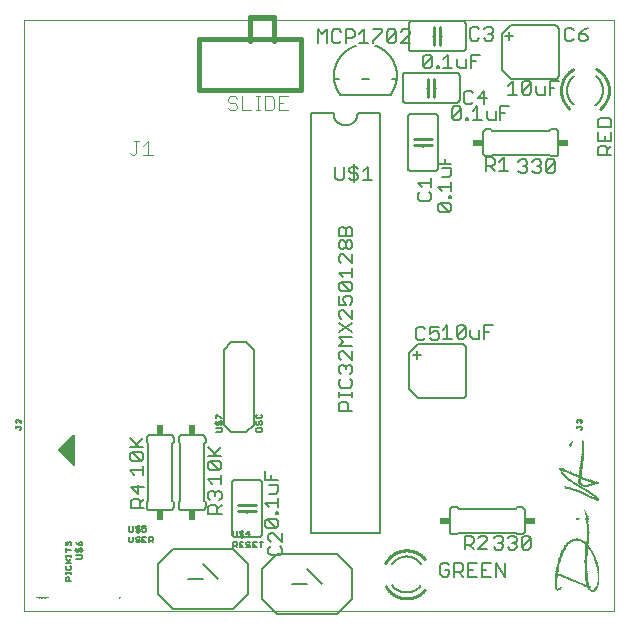
<source format=gto>
G75*
%MOIN*%
%OFA0B0*%
%FSLAX25Y25*%
%IPPOS*%
%LPD*%
%AMOC8*
5,1,8,0,0,1.08239X$1,22.5*
%
%ADD10C,0.00000*%
%ADD11R,0.00100X0.00100*%
%ADD12R,0.00200X0.00100*%
%ADD13R,0.00600X0.00100*%
%ADD14R,0.03100X0.00100*%
%ADD15R,0.04100X0.00100*%
%ADD16R,0.00700X0.00100*%
%ADD17R,0.00100X0.01200*%
%ADD18R,0.00100X0.00700*%
%ADD19R,0.00100X0.00500*%
%ADD20R,0.00100X0.00300*%
%ADD21R,0.00100X0.00400*%
%ADD22R,0.00100X0.00600*%
%ADD23R,0.00100X0.00900*%
%ADD24R,0.00100X0.00200*%
%ADD25R,0.00100X0.00800*%
%ADD26R,0.00100X0.01700*%
%ADD27R,0.00100X0.01000*%
%ADD28R,0.00100X0.01300*%
%ADD29R,0.00100X0.01400*%
%ADD30R,0.00100X0.01100*%
%ADD31R,0.00100X0.02700*%
%ADD32R,0.00100X0.01800*%
%ADD33R,0.00100X0.04900*%
%ADD34R,0.00100X0.02200*%
%ADD35R,0.00100X0.06000*%
%ADD36R,0.00100X0.02300*%
%ADD37R,0.00100X0.02900*%
%ADD38R,0.00100X0.06700*%
%ADD39R,0.00100X0.02100*%
%ADD40R,0.00100X0.03700*%
%ADD41R,0.00100X0.05000*%
%ADD42R,0.00100X0.02600*%
%ADD43R,0.00100X0.02800*%
%ADD44R,0.00100X0.04100*%
%ADD45R,0.00100X0.05100*%
%ADD46R,0.00100X0.05600*%
%ADD47R,0.00100X0.06100*%
%ADD48R,0.00100X0.01500*%
%ADD49R,0.00100X0.13500*%
%ADD50R,0.00100X0.13100*%
%ADD51R,0.00100X0.10600*%
%ADD52R,0.00100X0.08300*%
%ADD53R,0.00100X0.06300*%
%ADD54R,0.00100X0.02500*%
%ADD55R,0.00100X0.03500*%
%ADD56R,0.00100X0.03900*%
%ADD57R,0.00100X0.05400*%
%ADD58R,0.00100X0.06600*%
%ADD59R,0.00100X0.05500*%
%ADD60R,0.00100X0.06200*%
%ADD61R,0.00100X0.04500*%
%ADD62R,0.00100X0.03600*%
%ADD63R,0.00100X0.01600*%
%ADD64R,0.00100X0.01900*%
%ADD65R,0.00100X0.02400*%
%ADD66R,0.00100X0.03200*%
%ADD67R,0.00100X0.03000*%
%ADD68R,0.00100X0.03800*%
%ADD69C,0.00600*%
%ADD70C,0.01000*%
%ADD71C,0.00500*%
%ADD72C,0.00400*%
%ADD73R,0.03400X0.02400*%
%ADD74R,0.02400X0.03400*%
%ADD75C,0.01600*%
%ADD76C,0.00800*%
D10*
X0005060Y0002431D02*
X0005060Y0199281D01*
X0201910Y0199281D01*
X0201910Y0002431D01*
X0005060Y0002431D01*
D11*
X0009360Y0006531D03*
X0010560Y0006431D03*
X0013660Y0006631D03*
X0182360Y0011331D03*
X0182360Y0011831D03*
X0182360Y0012131D03*
X0182960Y0012131D03*
X0182460Y0012831D03*
X0183060Y0013431D03*
X0183060Y0013631D03*
X0183160Y0014231D03*
X0182560Y0014631D03*
X0182660Y0015331D03*
X0182760Y0015931D03*
X0182860Y0016331D03*
X0182960Y0016731D03*
X0183360Y0015431D03*
X0183660Y0019431D03*
X0183660Y0019631D03*
X0183860Y0020131D03*
X0184060Y0020731D03*
X0184060Y0020931D03*
X0184260Y0021331D03*
X0184360Y0021631D03*
X0184560Y0022031D03*
X0184660Y0022231D03*
X0185660Y0023931D03*
X0186060Y0024431D03*
X0192660Y0023631D03*
X0193260Y0023331D03*
X0193260Y0023131D03*
X0193260Y0022931D03*
X0192560Y0022631D03*
X0192560Y0022031D03*
X0192460Y0021831D03*
X0192460Y0021631D03*
X0193160Y0022131D03*
X0194860Y0021331D03*
X0195360Y0020031D03*
X0195460Y0019731D03*
X0195560Y0019731D03*
X0195960Y0019631D03*
X0196260Y0017731D03*
X0196260Y0017431D03*
X0196260Y0017031D03*
X0196460Y0016731D03*
X0196460Y0016531D03*
X0196560Y0016531D03*
X0196560Y0016331D03*
X0196460Y0016231D03*
X0196560Y0016031D03*
X0196560Y0015731D03*
X0196960Y0015731D03*
X0196960Y0016331D03*
X0196660Y0015131D03*
X0196660Y0014931D03*
X0196760Y0014831D03*
X0196860Y0014931D03*
X0196860Y0014131D03*
X0196860Y0013231D03*
X0196860Y0013031D03*
X0196860Y0012831D03*
X0196860Y0012231D03*
X0196660Y0011631D03*
X0196560Y0011431D03*
X0196360Y0010831D03*
X0196660Y0010231D03*
X0196360Y0009831D03*
X0196260Y0009631D03*
X0196060Y0009931D03*
X0194760Y0008731D03*
X0193660Y0009431D03*
X0194160Y0010131D03*
X0192560Y0013131D03*
X0192360Y0015131D03*
X0192360Y0015331D03*
X0192260Y0018231D03*
X0192260Y0018631D03*
X0192260Y0018931D03*
X0192960Y0019531D03*
X0192360Y0020331D03*
X0192860Y0025131D03*
X0193560Y0025531D03*
X0193560Y0025731D03*
X0193660Y0026731D03*
X0193060Y0027231D03*
X0193760Y0028331D03*
X0193060Y0028631D03*
X0193060Y0029831D03*
X0193060Y0030031D03*
X0193560Y0030931D03*
X0193360Y0031931D03*
X0192860Y0031731D03*
X0192560Y0032831D03*
X0193060Y0032931D03*
X0192760Y0034131D03*
X0192160Y0035531D03*
X0192060Y0035631D03*
X0192160Y0035731D03*
X0190460Y0033131D03*
X0189660Y0032731D03*
X0192560Y0043831D03*
X0192760Y0043831D03*
X0193360Y0043931D03*
X0193760Y0044031D03*
X0195060Y0044431D03*
X0194960Y0044831D03*
X0196060Y0044731D03*
X0194260Y0045931D03*
X0191160Y0044631D03*
X0190560Y0044631D03*
X0190160Y0045031D03*
X0190260Y0045431D03*
X0190260Y0045631D03*
X0190260Y0045831D03*
X0190460Y0045331D03*
X0190360Y0046531D03*
X0190460Y0047431D03*
X0191160Y0047831D03*
X0191160Y0048031D03*
X0190560Y0048431D03*
X0190660Y0049731D03*
X0190660Y0050031D03*
X0191360Y0049531D03*
X0190960Y0051931D03*
X0191060Y0052731D03*
X0191160Y0053331D03*
X0191160Y0053531D03*
X0191860Y0053431D03*
X0191860Y0053631D03*
X0191960Y0054331D03*
X0191260Y0054331D03*
X0191960Y0056931D03*
X0191460Y0057031D03*
X0191860Y0057431D03*
X0191460Y0057731D03*
X0191560Y0057831D03*
X0191560Y0058031D03*
X0191760Y0058331D03*
X0191760Y0058631D03*
X0191660Y0058931D03*
X0188060Y0058531D03*
X0185260Y0049531D03*
X0185360Y0049431D03*
X0185360Y0048931D03*
X0184960Y0048431D03*
X0184660Y0048731D03*
X0184360Y0048431D03*
X0184060Y0048831D03*
X0184160Y0049031D03*
X0183860Y0049331D03*
X0183960Y0049631D03*
X0184160Y0049631D03*
X0187360Y0048631D03*
X0186560Y0046731D03*
X0187460Y0046031D03*
X0187460Y0045831D03*
X0187460Y0045531D03*
X0187860Y0045631D03*
X0187960Y0045531D03*
X0196660Y0017731D03*
X0184460Y0009931D03*
X0184360Y0009831D03*
D12*
X0037210Y0006431D03*
X0012610Y0006431D03*
X0011510Y0006431D03*
X0011210Y0006431D03*
X0009910Y0006531D03*
D13*
X0012010Y0006431D03*
X0037210Y0006531D03*
D14*
X0011660Y0006531D03*
D15*
X0011360Y0006631D03*
D16*
X0037260Y0006631D03*
D17*
X0182860Y0010081D03*
X0184760Y0021481D03*
X0185260Y0022581D03*
X0185560Y0023081D03*
X0185860Y0023581D03*
X0193160Y0030681D03*
X0196460Y0039681D03*
X0196560Y0039681D03*
X0196160Y0018681D03*
X0196960Y0011681D03*
X0196560Y0010681D03*
D18*
X0196860Y0011731D03*
X0196960Y0012731D03*
X0196660Y0015831D03*
X0196060Y0018231D03*
X0195860Y0018831D03*
X0195760Y0019831D03*
X0195460Y0020431D03*
X0194760Y0021831D03*
X0193960Y0023031D03*
X0193760Y0023331D03*
X0193560Y0023631D03*
X0193460Y0023731D03*
X0188360Y0025931D03*
X0188260Y0025831D03*
X0187760Y0025631D03*
X0187660Y0025531D03*
X0187560Y0025531D03*
X0187260Y0025231D03*
X0187060Y0025131D03*
X0186660Y0024631D03*
X0189760Y0032931D03*
X0189860Y0032931D03*
X0189960Y0032931D03*
X0193060Y0034131D03*
X0196160Y0040231D03*
X0195760Y0040531D03*
X0195460Y0040731D03*
X0193460Y0040631D03*
X0193260Y0040731D03*
X0193060Y0040831D03*
X0192860Y0040931D03*
X0192260Y0041231D03*
X0191960Y0041431D03*
X0191860Y0041431D03*
X0191760Y0041531D03*
X0191360Y0041731D03*
X0191160Y0041831D03*
X0190760Y0042031D03*
X0190660Y0042031D03*
X0190560Y0042131D03*
X0190460Y0042131D03*
X0190260Y0042231D03*
X0189960Y0042331D03*
X0189860Y0042331D03*
X0189760Y0042431D03*
X0189660Y0042431D03*
X0189360Y0042531D03*
X0187360Y0043131D03*
X0187060Y0043231D03*
X0186360Y0043431D03*
X0186160Y0043431D03*
X0185460Y0047531D03*
X0184560Y0048631D03*
X0185160Y0049231D03*
X0185760Y0049031D03*
X0185960Y0048931D03*
X0186260Y0048831D03*
X0186860Y0048631D03*
X0187260Y0048431D03*
X0187460Y0048331D03*
X0187660Y0048231D03*
X0187760Y0048231D03*
X0187960Y0048131D03*
X0188360Y0047931D03*
X0188460Y0047931D03*
X0189060Y0047631D03*
X0189360Y0047531D03*
X0189860Y0047231D03*
X0189960Y0047231D03*
X0190360Y0047031D03*
X0191160Y0046731D03*
X0191260Y0046631D03*
X0191660Y0046431D03*
X0192060Y0046331D03*
X0194560Y0045531D03*
X0194260Y0044331D03*
X0193560Y0044131D03*
X0196360Y0045131D03*
X0191960Y0056231D03*
X0195260Y0009031D03*
X0195160Y0008931D03*
X0183660Y0009631D03*
X0183360Y0009531D03*
D19*
X0182960Y0009631D03*
X0185260Y0013731D03*
X0184860Y0013931D03*
X0183960Y0014231D03*
X0183860Y0014231D03*
X0183660Y0014331D03*
X0183260Y0014431D03*
X0192460Y0014431D03*
X0196860Y0015431D03*
X0196960Y0013431D03*
X0195860Y0009731D03*
X0195960Y0009431D03*
X0194660Y0008931D03*
X0194460Y0009031D03*
X0194360Y0009131D03*
X0196160Y0017731D03*
X0194860Y0021831D03*
X0194160Y0022831D03*
X0192660Y0024631D03*
X0192360Y0024931D03*
X0191960Y0025231D03*
X0191760Y0025331D03*
X0191660Y0025431D03*
X0191260Y0025731D03*
X0190860Y0025931D03*
X0190760Y0025931D03*
X0190560Y0026031D03*
X0190460Y0026031D03*
X0190260Y0026131D03*
X0190160Y0026131D03*
X0190060Y0026131D03*
X0189960Y0026131D03*
X0189860Y0026231D03*
X0189560Y0026131D03*
X0189460Y0026231D03*
X0189360Y0026131D03*
X0189260Y0026131D03*
X0189160Y0026131D03*
X0188960Y0026131D03*
X0188660Y0026031D03*
X0188460Y0025931D03*
X0187960Y0025731D03*
X0193460Y0025131D03*
X0193360Y0033131D03*
X0196060Y0039531D03*
X0196360Y0039431D03*
X0195660Y0039731D03*
X0195560Y0039731D03*
X0195460Y0039831D03*
X0195360Y0039831D03*
X0195060Y0039931D03*
X0194660Y0040131D03*
X0194560Y0040131D03*
X0194060Y0040331D03*
X0194560Y0041331D03*
X0194460Y0041431D03*
X0194260Y0041531D03*
X0194160Y0041631D03*
X0194060Y0041731D03*
X0193960Y0041731D03*
X0193760Y0041931D03*
X0193560Y0042031D03*
X0193460Y0042131D03*
X0193260Y0042231D03*
X0193060Y0042331D03*
X0192960Y0042431D03*
X0192860Y0042531D03*
X0192760Y0042531D03*
X0192560Y0042631D03*
X0192060Y0042931D03*
X0191860Y0043031D03*
X0191160Y0043431D03*
X0191060Y0043531D03*
X0190860Y0043631D03*
X0190560Y0043831D03*
X0190460Y0043831D03*
X0190160Y0044031D03*
X0189860Y0044231D03*
X0189760Y0044331D03*
X0189460Y0044431D03*
X0189360Y0044531D03*
X0190360Y0044931D03*
X0190460Y0044931D03*
X0190960Y0044531D03*
X0191360Y0044331D03*
X0191860Y0044131D03*
X0192060Y0044031D03*
X0192260Y0044031D03*
X0192360Y0044031D03*
X0192960Y0044031D03*
X0193060Y0044031D03*
X0193160Y0044031D03*
X0193460Y0044131D03*
X0193660Y0044131D03*
X0193860Y0044231D03*
X0193960Y0044231D03*
X0194460Y0044431D03*
X0194560Y0044431D03*
X0194660Y0044531D03*
X0194760Y0044531D03*
X0195060Y0045431D03*
X0194760Y0045531D03*
X0194260Y0045531D03*
X0193960Y0045731D03*
X0193760Y0045731D03*
X0193560Y0045831D03*
X0193460Y0045831D03*
X0192760Y0046031D03*
X0191560Y0046531D03*
X0191360Y0046631D03*
X0188460Y0045131D03*
X0188360Y0045131D03*
X0188260Y0045231D03*
X0187560Y0045631D03*
X0187360Y0045831D03*
X0186960Y0046131D03*
X0186760Y0046231D03*
X0186460Y0046531D03*
X0186360Y0046531D03*
X0185660Y0047231D03*
X0185260Y0047731D03*
X0185060Y0047931D03*
X0184860Y0048231D03*
X0184660Y0048331D03*
X0185260Y0049131D03*
X0184560Y0049431D03*
X0184360Y0049431D03*
X0186160Y0048831D03*
X0186560Y0048631D03*
X0187860Y0048131D03*
X0188860Y0042631D03*
X0190160Y0042231D03*
X0194760Y0041231D03*
X0194860Y0041131D03*
X0195160Y0040931D03*
X0196060Y0045131D03*
X0196160Y0045231D03*
X0196460Y0045031D03*
X0196560Y0045031D03*
X0196660Y0045131D03*
D20*
X0195160Y0044731D03*
X0195060Y0044731D03*
X0194160Y0044331D03*
X0193760Y0044331D03*
X0193360Y0044231D03*
X0192860Y0044131D03*
X0192760Y0044131D03*
X0192660Y0044131D03*
X0192560Y0044131D03*
X0192160Y0042931D03*
X0191160Y0044331D03*
X0191060Y0044531D03*
X0188860Y0044731D03*
X0186660Y0046431D03*
X0185860Y0043631D03*
X0185460Y0048931D03*
X0184760Y0049531D03*
X0184660Y0049531D03*
X0184060Y0049531D03*
X0191260Y0049031D03*
X0191960Y0054731D03*
X0192260Y0035531D03*
X0193060Y0033231D03*
X0192660Y0032731D03*
X0190360Y0033131D03*
X0189560Y0033031D03*
X0192660Y0023931D03*
X0192460Y0021331D03*
X0195760Y0018831D03*
X0196960Y0016031D03*
X0196760Y0015131D03*
X0196960Y0014031D03*
X0196760Y0011731D03*
X0196760Y0010831D03*
X0195960Y0009931D03*
X0195860Y0009231D03*
X0195060Y0009131D03*
X0194560Y0009031D03*
X0192860Y0010531D03*
X0192660Y0010631D03*
X0192560Y0010631D03*
X0192160Y0010831D03*
X0191960Y0010931D03*
X0191860Y0010931D03*
X0191660Y0011031D03*
X0191560Y0011131D03*
X0191460Y0011131D03*
X0191260Y0011231D03*
X0191060Y0011331D03*
X0190960Y0011431D03*
X0190860Y0011431D03*
X0190760Y0011431D03*
X0190660Y0011531D03*
X0190460Y0011631D03*
X0190160Y0011731D03*
X0189960Y0011831D03*
X0189760Y0011931D03*
X0189060Y0012231D03*
X0188860Y0012331D03*
X0188160Y0012631D03*
X0187860Y0012731D03*
X0186860Y0013131D03*
X0186660Y0013231D03*
X0186460Y0013331D03*
X0184660Y0014031D03*
X0184460Y0014131D03*
X0184160Y0014231D03*
X0183760Y0014331D03*
X0182360Y0010631D03*
X0182460Y0010031D03*
X0192960Y0017131D03*
X0184760Y0022331D03*
X0185460Y0023531D03*
D21*
X0188860Y0026081D03*
X0189060Y0026081D03*
X0189660Y0026181D03*
X0189760Y0026181D03*
X0190360Y0026081D03*
X0190660Y0025981D03*
X0190960Y0025881D03*
X0191060Y0025781D03*
X0191160Y0025781D03*
X0191360Y0025681D03*
X0191460Y0025581D03*
X0191560Y0025581D03*
X0191860Y0025281D03*
X0192160Y0025081D03*
X0192260Y0024981D03*
X0192660Y0023281D03*
X0195860Y0019781D03*
X0195660Y0019381D03*
X0195560Y0019381D03*
X0196960Y0014481D03*
X0196760Y0011281D03*
X0196360Y0010481D03*
X0196160Y0009981D03*
X0196060Y0009581D03*
X0195660Y0009581D03*
X0194260Y0009281D03*
X0193060Y0010481D03*
X0192460Y0010681D03*
X0192360Y0010681D03*
X0192260Y0010781D03*
X0192060Y0010881D03*
X0191760Y0010981D03*
X0191360Y0011181D03*
X0191160Y0011281D03*
X0190560Y0011581D03*
X0190360Y0011681D03*
X0190260Y0011681D03*
X0190060Y0011781D03*
X0189860Y0011881D03*
X0189660Y0011981D03*
X0189560Y0011981D03*
X0189460Y0012081D03*
X0189360Y0012081D03*
X0189260Y0012181D03*
X0189160Y0012181D03*
X0188960Y0012181D03*
X0188760Y0012381D03*
X0188660Y0012381D03*
X0188560Y0012481D03*
X0188460Y0012481D03*
X0188360Y0012481D03*
X0188260Y0012581D03*
X0188060Y0012581D03*
X0187960Y0012681D03*
X0187760Y0012781D03*
X0187660Y0012781D03*
X0187560Y0012881D03*
X0187460Y0012881D03*
X0187360Y0012981D03*
X0187260Y0012981D03*
X0187160Y0013081D03*
X0187060Y0013081D03*
X0186960Y0013081D03*
X0186760Y0013181D03*
X0186560Y0013281D03*
X0186360Y0013381D03*
X0186260Y0013381D03*
X0186160Y0013481D03*
X0186060Y0013481D03*
X0185960Y0013581D03*
X0185860Y0013581D03*
X0185760Y0013581D03*
X0185660Y0013681D03*
X0185560Y0013681D03*
X0185460Y0013781D03*
X0185360Y0013781D03*
X0185160Y0013881D03*
X0185060Y0013881D03*
X0184960Y0013981D03*
X0184760Y0013981D03*
X0184560Y0014081D03*
X0184360Y0014181D03*
X0184260Y0014181D03*
X0184060Y0014281D03*
X0183560Y0014381D03*
X0183460Y0014381D03*
X0183360Y0014381D03*
X0184160Y0009881D03*
X0184060Y0009781D03*
X0183160Y0009481D03*
X0183060Y0009481D03*
X0190260Y0033081D03*
X0192860Y0033081D03*
X0192760Y0034781D03*
X0192460Y0035181D03*
X0193660Y0041981D03*
X0193360Y0042181D03*
X0193160Y0042281D03*
X0192460Y0042681D03*
X0192360Y0042781D03*
X0192260Y0042881D03*
X0191960Y0042981D03*
X0191760Y0043081D03*
X0191660Y0043181D03*
X0191560Y0043281D03*
X0191460Y0043281D03*
X0191360Y0043381D03*
X0191260Y0043381D03*
X0190960Y0043581D03*
X0190760Y0043681D03*
X0190660Y0043781D03*
X0190360Y0043881D03*
X0190260Y0043981D03*
X0190060Y0044081D03*
X0189960Y0044281D03*
X0189660Y0044381D03*
X0189260Y0044581D03*
X0189160Y0044681D03*
X0189060Y0044681D03*
X0188960Y0044781D03*
X0188760Y0044881D03*
X0188660Y0044981D03*
X0188560Y0045081D03*
X0188060Y0045381D03*
X0187760Y0045581D03*
X0187160Y0045981D03*
X0187060Y0046081D03*
X0186860Y0046281D03*
X0186560Y0046381D03*
X0186160Y0046881D03*
X0186060Y0046881D03*
X0185760Y0047281D03*
X0184960Y0048081D03*
X0184360Y0048881D03*
X0187360Y0048281D03*
X0190260Y0044981D03*
X0190860Y0044581D03*
X0191260Y0044381D03*
X0191460Y0044281D03*
X0191560Y0044281D03*
X0191660Y0044181D03*
X0191760Y0044081D03*
X0191960Y0044081D03*
X0192160Y0044081D03*
X0192460Y0044081D03*
X0193260Y0044081D03*
X0194060Y0044381D03*
X0195260Y0044681D03*
X0195360Y0044681D03*
X0196760Y0045081D03*
X0187660Y0043181D03*
X0186660Y0043381D03*
X0191460Y0056281D03*
X0191660Y0058381D03*
X0187360Y0057681D03*
X0187260Y0057581D03*
D22*
X0184860Y0049381D03*
X0184960Y0049281D03*
X0185060Y0049281D03*
X0185560Y0049081D03*
X0185660Y0049081D03*
X0185860Y0048981D03*
X0186060Y0048981D03*
X0186360Y0048781D03*
X0186460Y0048781D03*
X0186660Y0048681D03*
X0186760Y0048681D03*
X0186960Y0048581D03*
X0187060Y0048481D03*
X0187160Y0048481D03*
X0187560Y0048281D03*
X0188060Y0048081D03*
X0188160Y0048081D03*
X0188260Y0047981D03*
X0188560Y0047881D03*
X0188660Y0047781D03*
X0188760Y0047781D03*
X0188860Y0047781D03*
X0188960Y0047681D03*
X0189160Y0047581D03*
X0189260Y0047581D03*
X0189460Y0047481D03*
X0189560Y0047481D03*
X0189660Y0047381D03*
X0189760Y0047281D03*
X0190060Y0047181D03*
X0190160Y0047181D03*
X0190260Y0047081D03*
X0191460Y0046581D03*
X0191760Y0046481D03*
X0191860Y0046381D03*
X0191960Y0046381D03*
X0192160Y0046281D03*
X0192260Y0046281D03*
X0192360Y0046181D03*
X0192460Y0046181D03*
X0192560Y0046081D03*
X0192660Y0046081D03*
X0192860Y0046081D03*
X0192960Y0045981D03*
X0193060Y0045981D03*
X0193160Y0045881D03*
X0193260Y0045881D03*
X0193360Y0045881D03*
X0193660Y0045781D03*
X0193860Y0045681D03*
X0194060Y0045681D03*
X0194160Y0045581D03*
X0194360Y0045581D03*
X0194460Y0045581D03*
X0194660Y0045481D03*
X0194860Y0045481D03*
X0194960Y0045381D03*
X0195160Y0045381D03*
X0195260Y0045381D03*
X0195360Y0045381D03*
X0194860Y0044581D03*
X0194360Y0044381D03*
X0196260Y0045081D03*
X0193860Y0041881D03*
X0194360Y0041481D03*
X0194660Y0041281D03*
X0194960Y0041081D03*
X0195060Y0041081D03*
X0195260Y0040881D03*
X0195360Y0040781D03*
X0195560Y0040681D03*
X0195660Y0040581D03*
X0195860Y0040481D03*
X0195960Y0040381D03*
X0196060Y0040281D03*
X0196360Y0040081D03*
X0196160Y0039481D03*
X0195960Y0039581D03*
X0195860Y0039581D03*
X0195760Y0039681D03*
X0195260Y0039881D03*
X0195160Y0039881D03*
X0194960Y0039981D03*
X0194860Y0039981D03*
X0194760Y0040081D03*
X0194460Y0040181D03*
X0194360Y0040181D03*
X0194260Y0040281D03*
X0194160Y0040281D03*
X0193960Y0040381D03*
X0193860Y0040481D03*
X0193760Y0040481D03*
X0193660Y0040581D03*
X0193560Y0040581D03*
X0193360Y0040681D03*
X0193160Y0040781D03*
X0192960Y0040881D03*
X0192760Y0040981D03*
X0192660Y0041081D03*
X0192560Y0041081D03*
X0192460Y0041181D03*
X0192360Y0041181D03*
X0192160Y0041281D03*
X0192060Y0041381D03*
X0191660Y0041581D03*
X0191560Y0041581D03*
X0191460Y0041681D03*
X0191260Y0041781D03*
X0191060Y0041881D03*
X0190960Y0041881D03*
X0190860Y0041981D03*
X0190360Y0042181D03*
X0190060Y0042281D03*
X0189560Y0042481D03*
X0189460Y0042481D03*
X0189260Y0042581D03*
X0189160Y0042581D03*
X0189060Y0042581D03*
X0188960Y0042681D03*
X0188760Y0042681D03*
X0188660Y0042781D03*
X0188560Y0042781D03*
X0188460Y0042781D03*
X0188360Y0042781D03*
X0188260Y0042881D03*
X0188160Y0042881D03*
X0188060Y0042881D03*
X0187960Y0042881D03*
X0187860Y0042981D03*
X0187760Y0042981D03*
X0187560Y0043081D03*
X0187460Y0043081D03*
X0187260Y0043181D03*
X0187160Y0043181D03*
X0186960Y0043281D03*
X0186860Y0043281D03*
X0186760Y0043281D03*
X0186560Y0043381D03*
X0186460Y0043381D03*
X0186260Y0043381D03*
X0186060Y0043481D03*
X0185960Y0043481D03*
X0187660Y0045581D03*
X0187260Y0045881D03*
X0188160Y0045281D03*
X0186260Y0046681D03*
X0185960Y0046981D03*
X0185860Y0047081D03*
X0185360Y0047581D03*
X0185160Y0047781D03*
X0184760Y0048281D03*
X0192660Y0042581D03*
X0192360Y0035381D03*
X0192760Y0032681D03*
X0192860Y0032481D03*
X0190160Y0032981D03*
X0190060Y0032981D03*
X0188760Y0026081D03*
X0188560Y0025981D03*
X0188160Y0025881D03*
X0188060Y0025781D03*
X0187860Y0025681D03*
X0192060Y0025181D03*
X0192460Y0024781D03*
X0192560Y0024781D03*
X0193660Y0023481D03*
X0196360Y0017181D03*
X0196960Y0015181D03*
X0195760Y0009381D03*
X0195560Y0009181D03*
X0195460Y0009181D03*
X0195360Y0009081D03*
X0194960Y0008881D03*
X0194860Y0008881D03*
X0194160Y0009381D03*
X0183960Y0009681D03*
X0183860Y0009681D03*
X0183760Y0009681D03*
X0183560Y0009581D03*
X0183460Y0009581D03*
X0183260Y0009481D03*
X0182460Y0013381D03*
X0182560Y0014081D03*
D23*
X0185960Y0023631D03*
X0186060Y0023831D03*
X0186160Y0023931D03*
X0186360Y0024331D03*
X0186760Y0024831D03*
X0186860Y0024931D03*
X0187160Y0025231D03*
X0193060Y0026631D03*
X0194460Y0022231D03*
X0194560Y0022131D03*
X0194660Y0021931D03*
X0192960Y0031631D03*
X0192960Y0034231D03*
X0196960Y0039431D03*
X0196860Y0039531D03*
X0195660Y0045031D03*
X0190360Y0045731D03*
X0187560Y0057631D03*
X0187460Y0057631D03*
X0187860Y0058031D03*
X0196260Y0010231D03*
X0193860Y0009931D03*
D24*
X0194060Y0010181D03*
X0192960Y0010481D03*
X0192760Y0010581D03*
X0194760Y0008981D03*
X0195060Y0008781D03*
X0195660Y0008981D03*
X0196160Y0009581D03*
X0196360Y0010081D03*
X0196060Y0010181D03*
X0196660Y0010481D03*
X0196860Y0011181D03*
X0196860Y0012581D03*
X0196860Y0013481D03*
X0196860Y0013781D03*
X0196860Y0014681D03*
X0193060Y0015181D03*
X0192960Y0016781D03*
X0192360Y0017181D03*
X0192360Y0020081D03*
X0193060Y0020781D03*
X0193160Y0021881D03*
X0194960Y0020881D03*
X0195860Y0019381D03*
X0195760Y0019181D03*
X0192560Y0013381D03*
X0184260Y0009781D03*
X0182360Y0010981D03*
X0182360Y0011581D03*
X0183160Y0017581D03*
X0183560Y0019381D03*
X0185360Y0023381D03*
X0193060Y0027481D03*
X0193060Y0029581D03*
X0193660Y0029781D03*
X0192860Y0031981D03*
X0193060Y0033581D03*
X0193360Y0033581D03*
X0192760Y0034381D03*
X0189660Y0033081D03*
X0189460Y0032981D03*
X0187660Y0042781D03*
X0185760Y0043581D03*
X0185660Y0043581D03*
X0187860Y0045281D03*
X0187960Y0045281D03*
X0189560Y0044581D03*
X0189560Y0044281D03*
X0190860Y0044981D03*
X0192660Y0043781D03*
X0194960Y0044381D03*
X0190460Y0047781D03*
X0185560Y0047481D03*
X0185560Y0047181D03*
X0185360Y0049181D03*
X0185460Y0049281D03*
X0184760Y0049181D03*
X0184660Y0049181D03*
X0184160Y0049281D03*
X0184060Y0049181D03*
X0183960Y0049381D03*
X0191860Y0053181D03*
X0191560Y0058381D03*
X0191560Y0058681D03*
X0188060Y0058181D03*
D25*
X0187960Y0058181D03*
X0191660Y0057681D03*
X0191960Y0055381D03*
X0195560Y0045081D03*
X0195760Y0045081D03*
X0195860Y0045081D03*
X0195960Y0045081D03*
X0192560Y0034981D03*
X0192660Y0034781D03*
X0187460Y0025481D03*
X0187360Y0025381D03*
X0186960Y0024981D03*
X0193360Y0023881D03*
X0193860Y0023181D03*
X0194060Y0022881D03*
X0194260Y0022581D03*
X0194360Y0022381D03*
X0194960Y0021481D03*
X0195260Y0020881D03*
X0195360Y0020681D03*
X0195560Y0020281D03*
X0195660Y0020081D03*
X0196060Y0019081D03*
X0196260Y0018481D03*
X0196860Y0016181D03*
X0196660Y0011081D03*
X0194060Y0009481D03*
D26*
X0196760Y0016331D03*
X0184060Y0019731D03*
X0190560Y0047431D03*
X0191760Y0057331D03*
D27*
X0184260Y0049281D03*
X0195460Y0045081D03*
X0196660Y0039581D03*
X0196760Y0039481D03*
X0186560Y0024581D03*
X0186460Y0024381D03*
X0186260Y0024181D03*
X0185460Y0022781D03*
X0185360Y0022681D03*
X0195160Y0020981D03*
X0196360Y0018081D03*
X0193960Y0009581D03*
D28*
X0196660Y0016931D03*
X0185160Y0022431D03*
X0184660Y0021331D03*
X0193260Y0033331D03*
X0196260Y0039831D03*
X0190660Y0045131D03*
X0184460Y0049131D03*
D29*
X0185060Y0022281D03*
X0195960Y0018781D03*
X0196460Y0017581D03*
X0196560Y0017381D03*
X0196460Y0010581D03*
X0193760Y0009981D03*
X0193660Y0010281D03*
D30*
X0195060Y0021131D03*
X0185760Y0023431D03*
X0185660Y0023231D03*
X0192860Y0034331D03*
X0187660Y0057731D03*
X0187760Y0057831D03*
D31*
X0193660Y0028231D03*
D32*
X0193560Y0010581D03*
D33*
X0193560Y0028331D03*
X0191260Y0051731D03*
D34*
X0193460Y0010781D03*
D35*
X0193460Y0028481D03*
X0190960Y0048781D03*
D36*
X0183760Y0018831D03*
X0193360Y0011131D03*
D37*
X0193260Y0011631D03*
D38*
X0193260Y0026831D03*
D39*
X0193260Y0031331D03*
X0191160Y0049231D03*
D40*
X0193160Y0012131D03*
D41*
X0193160Y0024781D03*
D42*
X0193160Y0028681D03*
X0193060Y0031481D03*
D43*
X0193160Y0032781D03*
X0183460Y0017681D03*
X0183360Y0016981D03*
X0191160Y0051781D03*
D44*
X0193060Y0012931D03*
D45*
X0193060Y0023531D03*
D46*
X0192960Y0013781D03*
D47*
X0192960Y0022731D03*
X0182760Y0012731D03*
X0190860Y0048231D03*
D48*
X0190760Y0045131D03*
X0192960Y0032931D03*
X0184960Y0022131D03*
X0184860Y0021831D03*
X0184560Y0021131D03*
X0184460Y0020931D03*
X0184360Y0020631D03*
X0192360Y0016231D03*
D49*
X0192860Y0018131D03*
D50*
X0192760Y0018331D03*
D51*
X0192660Y0017681D03*
D52*
X0192560Y0017731D03*
D53*
X0192460Y0017931D03*
D54*
X0192360Y0018631D03*
D55*
X0183060Y0015531D03*
X0191860Y0055531D03*
D56*
X0191760Y0054431D03*
X0182960Y0014531D03*
D57*
X0182860Y0013481D03*
X0182660Y0012481D03*
X0191360Y0052381D03*
X0191660Y0054481D03*
D58*
X0191560Y0054381D03*
D59*
X0191460Y0053231D03*
D60*
X0191060Y0049481D03*
D61*
X0190760Y0048231D03*
D62*
X0190660Y0047681D03*
D63*
X0190460Y0046481D03*
X0190560Y0045681D03*
X0184260Y0020381D03*
D64*
X0184160Y0020131D03*
X0183960Y0019431D03*
X0183860Y0019031D03*
X0183660Y0018331D03*
D65*
X0183560Y0017981D03*
X0182460Y0011481D03*
D66*
X0183260Y0016481D03*
D67*
X0183160Y0015881D03*
D68*
X0182560Y0011781D03*
D69*
X0171080Y0027977D02*
X0169580Y0027977D01*
X0169080Y0028477D01*
X0150080Y0028477D01*
X0149580Y0027977D01*
X0148080Y0027977D01*
X0148020Y0027979D01*
X0147959Y0027984D01*
X0147900Y0027993D01*
X0147841Y0028006D01*
X0147782Y0028022D01*
X0147725Y0028042D01*
X0147670Y0028065D01*
X0147615Y0028092D01*
X0147563Y0028121D01*
X0147512Y0028154D01*
X0147463Y0028190D01*
X0147417Y0028228D01*
X0147373Y0028270D01*
X0147331Y0028314D01*
X0147293Y0028360D01*
X0147257Y0028409D01*
X0147224Y0028460D01*
X0147195Y0028512D01*
X0147168Y0028567D01*
X0147145Y0028622D01*
X0147125Y0028679D01*
X0147109Y0028738D01*
X0147096Y0028797D01*
X0147087Y0028856D01*
X0147082Y0028917D01*
X0147080Y0028977D01*
X0147080Y0035977D01*
X0147082Y0036037D01*
X0147087Y0036098D01*
X0147096Y0036157D01*
X0147109Y0036216D01*
X0147125Y0036275D01*
X0147145Y0036332D01*
X0147168Y0036387D01*
X0147195Y0036442D01*
X0147224Y0036494D01*
X0147257Y0036545D01*
X0147293Y0036594D01*
X0147331Y0036640D01*
X0147373Y0036684D01*
X0147417Y0036726D01*
X0147463Y0036764D01*
X0147512Y0036800D01*
X0147563Y0036833D01*
X0147615Y0036862D01*
X0147670Y0036889D01*
X0147725Y0036912D01*
X0147782Y0036932D01*
X0147841Y0036948D01*
X0147900Y0036961D01*
X0147959Y0036970D01*
X0148020Y0036975D01*
X0148080Y0036977D01*
X0149580Y0036977D01*
X0150080Y0036477D01*
X0169080Y0036477D01*
X0169580Y0036977D01*
X0171080Y0036977D01*
X0171140Y0036975D01*
X0171201Y0036970D01*
X0171260Y0036961D01*
X0171319Y0036948D01*
X0171378Y0036932D01*
X0171435Y0036912D01*
X0171490Y0036889D01*
X0171545Y0036862D01*
X0171597Y0036833D01*
X0171648Y0036800D01*
X0171697Y0036764D01*
X0171743Y0036726D01*
X0171787Y0036684D01*
X0171829Y0036640D01*
X0171867Y0036594D01*
X0171903Y0036545D01*
X0171936Y0036494D01*
X0171965Y0036442D01*
X0171992Y0036387D01*
X0172015Y0036332D01*
X0172035Y0036275D01*
X0172051Y0036216D01*
X0172064Y0036157D01*
X0172073Y0036098D01*
X0172078Y0036037D01*
X0172080Y0035977D01*
X0172080Y0028977D01*
X0172078Y0028917D01*
X0172073Y0028856D01*
X0172064Y0028797D01*
X0172051Y0028738D01*
X0172035Y0028679D01*
X0172015Y0028622D01*
X0171992Y0028567D01*
X0171965Y0028512D01*
X0171936Y0028460D01*
X0171903Y0028409D01*
X0171867Y0028360D01*
X0171829Y0028314D01*
X0171787Y0028270D01*
X0171743Y0028228D01*
X0171697Y0028190D01*
X0171648Y0028154D01*
X0171597Y0028121D01*
X0171545Y0028092D01*
X0171490Y0028065D01*
X0171435Y0028042D01*
X0171378Y0028022D01*
X0171319Y0028006D01*
X0171260Y0027993D01*
X0171201Y0027984D01*
X0171140Y0027979D01*
X0171080Y0027977D01*
X0132658Y0008518D02*
X0132506Y0008520D01*
X0132355Y0008526D01*
X0132204Y0008535D01*
X0132052Y0008549D01*
X0131902Y0008566D01*
X0131752Y0008587D01*
X0131602Y0008612D01*
X0131453Y0008640D01*
X0131305Y0008673D01*
X0131158Y0008709D01*
X0131011Y0008748D01*
X0130866Y0008792D01*
X0130722Y0008839D01*
X0130579Y0008890D01*
X0130438Y0008944D01*
X0130297Y0009002D01*
X0130159Y0009063D01*
X0130022Y0009128D01*
X0129886Y0009197D01*
X0129753Y0009268D01*
X0129621Y0009343D01*
X0129491Y0009422D01*
X0129364Y0009503D01*
X0129238Y0009588D01*
X0129114Y0009676D01*
X0128993Y0009767D01*
X0128874Y0009861D01*
X0128758Y0009959D01*
X0128644Y0010059D01*
X0128532Y0010161D01*
X0128424Y0010267D01*
X0128318Y0010375D01*
X0128214Y0010486D01*
X0128114Y0010600D01*
X0128016Y0010716D01*
X0127922Y0010835D01*
X0132658Y0020518D02*
X0132812Y0020516D01*
X0132966Y0020510D01*
X0133120Y0020500D01*
X0133274Y0020486D01*
X0133427Y0020469D01*
X0133579Y0020447D01*
X0133731Y0020421D01*
X0133883Y0020392D01*
X0134033Y0020358D01*
X0134183Y0020321D01*
X0134331Y0020280D01*
X0134479Y0020235D01*
X0134625Y0020186D01*
X0134770Y0020134D01*
X0134913Y0020078D01*
X0135056Y0020018D01*
X0135196Y0019955D01*
X0135335Y0019888D01*
X0135472Y0019817D01*
X0135607Y0019743D01*
X0135740Y0019666D01*
X0135872Y0019585D01*
X0136001Y0019501D01*
X0136128Y0019413D01*
X0136252Y0019322D01*
X0136374Y0019229D01*
X0136494Y0019131D01*
X0136611Y0019031D01*
X0136726Y0018928D01*
X0136838Y0018822D01*
X0136947Y0018714D01*
X0137053Y0018602D01*
X0137157Y0018488D01*
X0137257Y0018371D01*
X0137355Y0018252D01*
X0137449Y0018130D01*
X0137540Y0018005D01*
X0132658Y0020518D02*
X0132508Y0020516D01*
X0132357Y0020510D01*
X0132207Y0020501D01*
X0132058Y0020488D01*
X0131908Y0020471D01*
X0131759Y0020450D01*
X0131611Y0020426D01*
X0131463Y0020398D01*
X0131316Y0020366D01*
X0131170Y0020331D01*
X0131025Y0020291D01*
X0130881Y0020249D01*
X0130738Y0020202D01*
X0130596Y0020152D01*
X0130455Y0020099D01*
X0130316Y0020042D01*
X0130178Y0019982D01*
X0130042Y0019918D01*
X0129908Y0019851D01*
X0129775Y0019780D01*
X0129644Y0019706D01*
X0129515Y0019629D01*
X0129388Y0019548D01*
X0129263Y0019465D01*
X0129140Y0019378D01*
X0129019Y0019289D01*
X0128901Y0019196D01*
X0128785Y0019100D01*
X0128671Y0019002D01*
X0128560Y0018901D01*
X0128451Y0018796D01*
X0128346Y0018690D01*
X0128242Y0018580D01*
X0128142Y0018468D01*
X0128044Y0018354D01*
X0127950Y0018237D01*
X0127858Y0018118D01*
X0132658Y0008518D02*
X0132810Y0008520D01*
X0132961Y0008526D01*
X0133112Y0008535D01*
X0133264Y0008549D01*
X0133414Y0008566D01*
X0133564Y0008587D01*
X0133714Y0008612D01*
X0133863Y0008640D01*
X0134011Y0008673D01*
X0134158Y0008709D01*
X0134305Y0008748D01*
X0134450Y0008792D01*
X0134594Y0008839D01*
X0134737Y0008890D01*
X0134878Y0008944D01*
X0135019Y0009002D01*
X0135157Y0009063D01*
X0135294Y0009128D01*
X0135430Y0009197D01*
X0135563Y0009268D01*
X0135695Y0009343D01*
X0135825Y0009422D01*
X0135952Y0009503D01*
X0136078Y0009588D01*
X0136202Y0009676D01*
X0136323Y0009767D01*
X0136442Y0009861D01*
X0136558Y0009959D01*
X0136672Y0010059D01*
X0136784Y0010161D01*
X0136892Y0010267D01*
X0136998Y0010375D01*
X0137102Y0010486D01*
X0137202Y0010600D01*
X0137300Y0010716D01*
X0137394Y0010835D01*
X0123843Y0028297D02*
X0100843Y0028297D01*
X0100843Y0168297D01*
X0108343Y0168297D01*
X0108345Y0168171D01*
X0108351Y0168046D01*
X0108361Y0167921D01*
X0108375Y0167796D01*
X0108392Y0167671D01*
X0108414Y0167547D01*
X0108439Y0167424D01*
X0108469Y0167302D01*
X0108502Y0167181D01*
X0108539Y0167061D01*
X0108579Y0166942D01*
X0108624Y0166825D01*
X0108672Y0166708D01*
X0108724Y0166594D01*
X0108779Y0166481D01*
X0108838Y0166370D01*
X0108900Y0166261D01*
X0108966Y0166154D01*
X0109035Y0166049D01*
X0109107Y0165946D01*
X0109182Y0165845D01*
X0109261Y0165747D01*
X0109343Y0165652D01*
X0109427Y0165559D01*
X0109515Y0165469D01*
X0109605Y0165381D01*
X0109698Y0165297D01*
X0109793Y0165215D01*
X0109891Y0165136D01*
X0109992Y0165061D01*
X0110095Y0164989D01*
X0110200Y0164920D01*
X0110307Y0164854D01*
X0110416Y0164792D01*
X0110527Y0164733D01*
X0110640Y0164678D01*
X0110754Y0164626D01*
X0110871Y0164578D01*
X0110988Y0164533D01*
X0111107Y0164493D01*
X0111227Y0164456D01*
X0111348Y0164423D01*
X0111470Y0164393D01*
X0111593Y0164368D01*
X0111717Y0164346D01*
X0111842Y0164329D01*
X0111967Y0164315D01*
X0112092Y0164305D01*
X0112217Y0164299D01*
X0112343Y0164297D01*
X0112469Y0164299D01*
X0112594Y0164305D01*
X0112719Y0164315D01*
X0112844Y0164329D01*
X0112969Y0164346D01*
X0113093Y0164368D01*
X0113216Y0164393D01*
X0113338Y0164423D01*
X0113459Y0164456D01*
X0113579Y0164493D01*
X0113698Y0164533D01*
X0113815Y0164578D01*
X0113932Y0164626D01*
X0114046Y0164678D01*
X0114159Y0164733D01*
X0114270Y0164792D01*
X0114379Y0164854D01*
X0114486Y0164920D01*
X0114591Y0164989D01*
X0114694Y0165061D01*
X0114795Y0165136D01*
X0114893Y0165215D01*
X0114988Y0165297D01*
X0115081Y0165381D01*
X0115171Y0165469D01*
X0115259Y0165559D01*
X0115343Y0165652D01*
X0115425Y0165747D01*
X0115504Y0165845D01*
X0115579Y0165946D01*
X0115651Y0166049D01*
X0115720Y0166154D01*
X0115786Y0166261D01*
X0115848Y0166370D01*
X0115907Y0166481D01*
X0115962Y0166594D01*
X0116014Y0166708D01*
X0116062Y0166825D01*
X0116107Y0166942D01*
X0116147Y0167061D01*
X0116184Y0167181D01*
X0116217Y0167302D01*
X0116247Y0167424D01*
X0116272Y0167547D01*
X0116294Y0167671D01*
X0116311Y0167796D01*
X0116325Y0167921D01*
X0116335Y0168046D01*
X0116341Y0168171D01*
X0116343Y0168297D01*
X0123843Y0168297D01*
X0123843Y0028297D01*
X0084469Y0028065D02*
X0084469Y0045065D01*
X0084467Y0045125D01*
X0084462Y0045186D01*
X0084453Y0045245D01*
X0084440Y0045304D01*
X0084424Y0045363D01*
X0084404Y0045420D01*
X0084381Y0045475D01*
X0084354Y0045530D01*
X0084325Y0045582D01*
X0084292Y0045633D01*
X0084256Y0045682D01*
X0084218Y0045728D01*
X0084176Y0045772D01*
X0084132Y0045814D01*
X0084086Y0045852D01*
X0084037Y0045888D01*
X0083986Y0045921D01*
X0083934Y0045950D01*
X0083879Y0045977D01*
X0083824Y0046000D01*
X0083767Y0046020D01*
X0083708Y0046036D01*
X0083649Y0046049D01*
X0083590Y0046058D01*
X0083529Y0046063D01*
X0083469Y0046065D01*
X0075469Y0046065D01*
X0075409Y0046063D01*
X0075348Y0046058D01*
X0075289Y0046049D01*
X0075230Y0046036D01*
X0075171Y0046020D01*
X0075114Y0046000D01*
X0075059Y0045977D01*
X0075004Y0045950D01*
X0074952Y0045921D01*
X0074901Y0045888D01*
X0074852Y0045852D01*
X0074806Y0045814D01*
X0074762Y0045772D01*
X0074720Y0045728D01*
X0074682Y0045682D01*
X0074646Y0045633D01*
X0074613Y0045582D01*
X0074584Y0045530D01*
X0074557Y0045475D01*
X0074534Y0045420D01*
X0074514Y0045363D01*
X0074498Y0045304D01*
X0074485Y0045245D01*
X0074476Y0045186D01*
X0074471Y0045125D01*
X0074469Y0045065D01*
X0074469Y0028065D01*
X0074471Y0028005D01*
X0074476Y0027944D01*
X0074485Y0027885D01*
X0074498Y0027826D01*
X0074514Y0027767D01*
X0074534Y0027710D01*
X0074557Y0027655D01*
X0074584Y0027600D01*
X0074613Y0027548D01*
X0074646Y0027497D01*
X0074682Y0027448D01*
X0074720Y0027402D01*
X0074762Y0027358D01*
X0074806Y0027316D01*
X0074852Y0027278D01*
X0074901Y0027242D01*
X0074952Y0027209D01*
X0075004Y0027180D01*
X0075059Y0027153D01*
X0075114Y0027130D01*
X0075171Y0027110D01*
X0075230Y0027094D01*
X0075289Y0027081D01*
X0075348Y0027072D01*
X0075409Y0027067D01*
X0075469Y0027065D01*
X0083469Y0027065D01*
X0083529Y0027067D01*
X0083590Y0027072D01*
X0083649Y0027081D01*
X0083708Y0027094D01*
X0083767Y0027110D01*
X0083824Y0027130D01*
X0083879Y0027153D01*
X0083934Y0027180D01*
X0083986Y0027209D01*
X0084037Y0027242D01*
X0084086Y0027278D01*
X0084132Y0027316D01*
X0084176Y0027358D01*
X0084218Y0027402D01*
X0084256Y0027448D01*
X0084292Y0027497D01*
X0084325Y0027548D01*
X0084354Y0027600D01*
X0084381Y0027655D01*
X0084404Y0027710D01*
X0084424Y0027767D01*
X0084440Y0027826D01*
X0084453Y0027885D01*
X0084462Y0027944D01*
X0084467Y0028005D01*
X0084469Y0028065D01*
X0079469Y0035065D02*
X0079469Y0035565D01*
X0079469Y0037565D02*
X0079469Y0038065D01*
X0065662Y0038573D02*
X0065662Y0037073D01*
X0065660Y0037013D01*
X0065655Y0036952D01*
X0065646Y0036893D01*
X0065633Y0036834D01*
X0065617Y0036775D01*
X0065597Y0036718D01*
X0065574Y0036663D01*
X0065547Y0036608D01*
X0065518Y0036556D01*
X0065485Y0036505D01*
X0065449Y0036456D01*
X0065411Y0036410D01*
X0065369Y0036366D01*
X0065325Y0036324D01*
X0065279Y0036286D01*
X0065230Y0036250D01*
X0065179Y0036217D01*
X0065127Y0036188D01*
X0065072Y0036161D01*
X0065017Y0036138D01*
X0064960Y0036118D01*
X0064901Y0036102D01*
X0064842Y0036089D01*
X0064783Y0036080D01*
X0064722Y0036075D01*
X0064662Y0036073D01*
X0057662Y0036073D01*
X0057602Y0036075D01*
X0057541Y0036080D01*
X0057482Y0036089D01*
X0057423Y0036102D01*
X0057364Y0036118D01*
X0057307Y0036138D01*
X0057252Y0036161D01*
X0057197Y0036188D01*
X0057145Y0036217D01*
X0057094Y0036250D01*
X0057045Y0036286D01*
X0056999Y0036324D01*
X0056955Y0036366D01*
X0056913Y0036410D01*
X0056875Y0036456D01*
X0056839Y0036505D01*
X0056806Y0036556D01*
X0056777Y0036608D01*
X0056750Y0036663D01*
X0056727Y0036718D01*
X0056707Y0036775D01*
X0056691Y0036834D01*
X0056678Y0036893D01*
X0056669Y0036952D01*
X0056664Y0037013D01*
X0056662Y0037073D01*
X0056662Y0038573D01*
X0057162Y0039073D01*
X0057162Y0058073D01*
X0056662Y0058573D01*
X0056662Y0060073D01*
X0056664Y0060133D01*
X0056669Y0060194D01*
X0056678Y0060253D01*
X0056691Y0060312D01*
X0056707Y0060371D01*
X0056727Y0060428D01*
X0056750Y0060483D01*
X0056777Y0060538D01*
X0056806Y0060590D01*
X0056839Y0060641D01*
X0056875Y0060690D01*
X0056913Y0060736D01*
X0056955Y0060780D01*
X0056999Y0060822D01*
X0057045Y0060860D01*
X0057094Y0060896D01*
X0057145Y0060929D01*
X0057197Y0060958D01*
X0057252Y0060985D01*
X0057307Y0061008D01*
X0057364Y0061028D01*
X0057423Y0061044D01*
X0057482Y0061057D01*
X0057541Y0061066D01*
X0057602Y0061071D01*
X0057662Y0061073D01*
X0064662Y0061073D01*
X0064722Y0061071D01*
X0064783Y0061066D01*
X0064842Y0061057D01*
X0064901Y0061044D01*
X0064960Y0061028D01*
X0065017Y0061008D01*
X0065072Y0060985D01*
X0065127Y0060958D01*
X0065179Y0060929D01*
X0065230Y0060896D01*
X0065279Y0060860D01*
X0065325Y0060822D01*
X0065369Y0060780D01*
X0065411Y0060736D01*
X0065449Y0060690D01*
X0065485Y0060641D01*
X0065518Y0060590D01*
X0065547Y0060538D01*
X0065574Y0060483D01*
X0065597Y0060428D01*
X0065617Y0060371D01*
X0065633Y0060312D01*
X0065646Y0060253D01*
X0065655Y0060194D01*
X0065660Y0060133D01*
X0065662Y0060073D01*
X0065662Y0058573D01*
X0065162Y0058073D01*
X0065162Y0039073D01*
X0065662Y0038573D01*
X0055032Y0038573D02*
X0055032Y0037073D01*
X0055030Y0037013D01*
X0055025Y0036952D01*
X0055016Y0036893D01*
X0055003Y0036834D01*
X0054987Y0036775D01*
X0054967Y0036718D01*
X0054944Y0036663D01*
X0054917Y0036608D01*
X0054888Y0036556D01*
X0054855Y0036505D01*
X0054819Y0036456D01*
X0054781Y0036410D01*
X0054739Y0036366D01*
X0054695Y0036324D01*
X0054649Y0036286D01*
X0054600Y0036250D01*
X0054549Y0036217D01*
X0054497Y0036188D01*
X0054442Y0036161D01*
X0054387Y0036138D01*
X0054330Y0036118D01*
X0054271Y0036102D01*
X0054212Y0036089D01*
X0054153Y0036080D01*
X0054092Y0036075D01*
X0054032Y0036073D01*
X0047032Y0036073D01*
X0046972Y0036075D01*
X0046911Y0036080D01*
X0046852Y0036089D01*
X0046793Y0036102D01*
X0046734Y0036118D01*
X0046677Y0036138D01*
X0046622Y0036161D01*
X0046567Y0036188D01*
X0046515Y0036217D01*
X0046464Y0036250D01*
X0046415Y0036286D01*
X0046369Y0036324D01*
X0046325Y0036366D01*
X0046283Y0036410D01*
X0046245Y0036456D01*
X0046209Y0036505D01*
X0046176Y0036556D01*
X0046147Y0036608D01*
X0046120Y0036663D01*
X0046097Y0036718D01*
X0046077Y0036775D01*
X0046061Y0036834D01*
X0046048Y0036893D01*
X0046039Y0036952D01*
X0046034Y0037013D01*
X0046032Y0037073D01*
X0046032Y0038573D01*
X0046532Y0039073D01*
X0046532Y0058073D01*
X0046032Y0058573D01*
X0046032Y0060073D01*
X0046034Y0060133D01*
X0046039Y0060194D01*
X0046048Y0060253D01*
X0046061Y0060312D01*
X0046077Y0060371D01*
X0046097Y0060428D01*
X0046120Y0060483D01*
X0046147Y0060538D01*
X0046176Y0060590D01*
X0046209Y0060641D01*
X0046245Y0060690D01*
X0046283Y0060736D01*
X0046325Y0060780D01*
X0046369Y0060822D01*
X0046415Y0060860D01*
X0046464Y0060896D01*
X0046515Y0060929D01*
X0046567Y0060958D01*
X0046622Y0060985D01*
X0046677Y0061008D01*
X0046734Y0061028D01*
X0046793Y0061044D01*
X0046852Y0061057D01*
X0046911Y0061066D01*
X0046972Y0061071D01*
X0047032Y0061073D01*
X0054032Y0061073D01*
X0054092Y0061071D01*
X0054153Y0061066D01*
X0054212Y0061057D01*
X0054271Y0061044D01*
X0054330Y0061028D01*
X0054387Y0061008D01*
X0054442Y0060985D01*
X0054497Y0060958D01*
X0054549Y0060929D01*
X0054600Y0060896D01*
X0054649Y0060860D01*
X0054695Y0060822D01*
X0054739Y0060780D01*
X0054781Y0060736D01*
X0054819Y0060690D01*
X0054855Y0060641D01*
X0054888Y0060590D01*
X0054917Y0060538D01*
X0054944Y0060483D01*
X0054967Y0060428D01*
X0054987Y0060371D01*
X0055003Y0060312D01*
X0055016Y0060253D01*
X0055025Y0060194D01*
X0055030Y0060133D01*
X0055032Y0060073D01*
X0055032Y0058573D01*
X0054532Y0058073D01*
X0054532Y0039073D01*
X0055032Y0038573D01*
X0133591Y0076313D02*
X0133591Y0088313D01*
X0136591Y0091313D01*
X0151091Y0091313D01*
X0151167Y0091311D01*
X0151243Y0091305D01*
X0151318Y0091296D01*
X0151393Y0091282D01*
X0151467Y0091265D01*
X0151540Y0091244D01*
X0151612Y0091220D01*
X0151683Y0091191D01*
X0151752Y0091160D01*
X0151819Y0091125D01*
X0151884Y0091086D01*
X0151948Y0091044D01*
X0152009Y0090999D01*
X0152068Y0090951D01*
X0152124Y0090900D01*
X0152178Y0090846D01*
X0152229Y0090790D01*
X0152277Y0090731D01*
X0152322Y0090670D01*
X0152364Y0090606D01*
X0152403Y0090541D01*
X0152438Y0090474D01*
X0152469Y0090405D01*
X0152498Y0090334D01*
X0152522Y0090262D01*
X0152543Y0090189D01*
X0152560Y0090115D01*
X0152574Y0090040D01*
X0152583Y0089965D01*
X0152589Y0089889D01*
X0152591Y0089813D01*
X0152591Y0074813D01*
X0152589Y0074737D01*
X0152583Y0074661D01*
X0152574Y0074586D01*
X0152560Y0074511D01*
X0152543Y0074437D01*
X0152522Y0074364D01*
X0152498Y0074292D01*
X0152469Y0074221D01*
X0152438Y0074152D01*
X0152403Y0074085D01*
X0152364Y0074020D01*
X0152322Y0073956D01*
X0152277Y0073895D01*
X0152229Y0073836D01*
X0152178Y0073780D01*
X0152124Y0073726D01*
X0152068Y0073675D01*
X0152009Y0073627D01*
X0151948Y0073582D01*
X0151884Y0073540D01*
X0151819Y0073501D01*
X0151752Y0073466D01*
X0151683Y0073435D01*
X0151612Y0073406D01*
X0151540Y0073382D01*
X0151467Y0073361D01*
X0151393Y0073344D01*
X0151318Y0073330D01*
X0151243Y0073321D01*
X0151167Y0073315D01*
X0151091Y0073313D01*
X0136591Y0073313D01*
X0133591Y0076313D01*
X0136091Y0086413D02*
X0136091Y0088913D01*
X0137391Y0087713D02*
X0134791Y0087713D01*
X0134091Y0149112D02*
X0142091Y0149112D01*
X0142151Y0149114D01*
X0142212Y0149119D01*
X0142271Y0149128D01*
X0142330Y0149141D01*
X0142389Y0149157D01*
X0142446Y0149177D01*
X0142501Y0149200D01*
X0142556Y0149227D01*
X0142608Y0149256D01*
X0142659Y0149289D01*
X0142708Y0149325D01*
X0142754Y0149363D01*
X0142798Y0149405D01*
X0142840Y0149449D01*
X0142878Y0149495D01*
X0142914Y0149544D01*
X0142947Y0149595D01*
X0142976Y0149647D01*
X0143003Y0149702D01*
X0143026Y0149757D01*
X0143046Y0149814D01*
X0143062Y0149873D01*
X0143075Y0149932D01*
X0143084Y0149991D01*
X0143089Y0150052D01*
X0143091Y0150112D01*
X0143091Y0167112D01*
X0143089Y0167172D01*
X0143084Y0167233D01*
X0143075Y0167292D01*
X0143062Y0167351D01*
X0143046Y0167410D01*
X0143026Y0167467D01*
X0143003Y0167522D01*
X0142976Y0167577D01*
X0142947Y0167629D01*
X0142914Y0167680D01*
X0142878Y0167729D01*
X0142840Y0167775D01*
X0142798Y0167819D01*
X0142754Y0167861D01*
X0142708Y0167899D01*
X0142659Y0167935D01*
X0142608Y0167968D01*
X0142556Y0167997D01*
X0142501Y0168024D01*
X0142446Y0168047D01*
X0142389Y0168067D01*
X0142330Y0168083D01*
X0142271Y0168096D01*
X0142212Y0168105D01*
X0142151Y0168110D01*
X0142091Y0168112D01*
X0134091Y0168112D01*
X0134031Y0168110D01*
X0133970Y0168105D01*
X0133911Y0168096D01*
X0133852Y0168083D01*
X0133793Y0168067D01*
X0133736Y0168047D01*
X0133681Y0168024D01*
X0133626Y0167997D01*
X0133574Y0167968D01*
X0133523Y0167935D01*
X0133474Y0167899D01*
X0133428Y0167861D01*
X0133384Y0167819D01*
X0133342Y0167775D01*
X0133304Y0167729D01*
X0133268Y0167680D01*
X0133235Y0167629D01*
X0133206Y0167577D01*
X0133179Y0167522D01*
X0133156Y0167467D01*
X0133136Y0167410D01*
X0133120Y0167351D01*
X0133107Y0167292D01*
X0133098Y0167233D01*
X0133093Y0167172D01*
X0133091Y0167112D01*
X0133091Y0150112D01*
X0133093Y0150052D01*
X0133098Y0149991D01*
X0133107Y0149932D01*
X0133120Y0149873D01*
X0133136Y0149814D01*
X0133156Y0149757D01*
X0133179Y0149702D01*
X0133206Y0149647D01*
X0133235Y0149595D01*
X0133268Y0149544D01*
X0133304Y0149495D01*
X0133342Y0149449D01*
X0133384Y0149405D01*
X0133428Y0149363D01*
X0133474Y0149325D01*
X0133523Y0149289D01*
X0133574Y0149256D01*
X0133626Y0149227D01*
X0133681Y0149200D01*
X0133736Y0149177D01*
X0133793Y0149157D01*
X0133852Y0149141D01*
X0133911Y0149128D01*
X0133970Y0149119D01*
X0134031Y0149114D01*
X0134091Y0149112D01*
X0138091Y0157112D02*
X0138091Y0157612D01*
X0138091Y0159612D02*
X0138091Y0160112D01*
X0132347Y0171801D02*
X0149347Y0171801D01*
X0149407Y0171803D01*
X0149468Y0171808D01*
X0149527Y0171817D01*
X0149586Y0171830D01*
X0149645Y0171846D01*
X0149702Y0171866D01*
X0149757Y0171889D01*
X0149812Y0171916D01*
X0149864Y0171945D01*
X0149915Y0171978D01*
X0149964Y0172014D01*
X0150010Y0172052D01*
X0150054Y0172094D01*
X0150096Y0172138D01*
X0150134Y0172184D01*
X0150170Y0172233D01*
X0150203Y0172284D01*
X0150232Y0172336D01*
X0150259Y0172391D01*
X0150282Y0172446D01*
X0150302Y0172503D01*
X0150318Y0172562D01*
X0150331Y0172621D01*
X0150340Y0172680D01*
X0150345Y0172741D01*
X0150347Y0172801D01*
X0150347Y0180801D01*
X0150345Y0180861D01*
X0150340Y0180922D01*
X0150331Y0180981D01*
X0150318Y0181040D01*
X0150302Y0181099D01*
X0150282Y0181156D01*
X0150259Y0181211D01*
X0150232Y0181266D01*
X0150203Y0181318D01*
X0150170Y0181369D01*
X0150134Y0181418D01*
X0150096Y0181464D01*
X0150054Y0181508D01*
X0150010Y0181550D01*
X0149964Y0181588D01*
X0149915Y0181624D01*
X0149864Y0181657D01*
X0149812Y0181686D01*
X0149757Y0181713D01*
X0149702Y0181736D01*
X0149645Y0181756D01*
X0149586Y0181772D01*
X0149527Y0181785D01*
X0149468Y0181794D01*
X0149407Y0181799D01*
X0149347Y0181801D01*
X0132347Y0181801D01*
X0132287Y0181799D01*
X0132226Y0181794D01*
X0132167Y0181785D01*
X0132108Y0181772D01*
X0132049Y0181756D01*
X0131992Y0181736D01*
X0131937Y0181713D01*
X0131882Y0181686D01*
X0131830Y0181657D01*
X0131779Y0181624D01*
X0131730Y0181588D01*
X0131684Y0181550D01*
X0131640Y0181508D01*
X0131598Y0181464D01*
X0131560Y0181418D01*
X0131524Y0181369D01*
X0131491Y0181318D01*
X0131462Y0181266D01*
X0131435Y0181211D01*
X0131412Y0181156D01*
X0131392Y0181099D01*
X0131376Y0181040D01*
X0131363Y0180981D01*
X0131354Y0180922D01*
X0131349Y0180861D01*
X0131347Y0180801D01*
X0131347Y0172801D01*
X0131349Y0172741D01*
X0131354Y0172680D01*
X0131363Y0172621D01*
X0131376Y0172562D01*
X0131392Y0172503D01*
X0131412Y0172446D01*
X0131435Y0172391D01*
X0131462Y0172336D01*
X0131491Y0172284D01*
X0131524Y0172233D01*
X0131560Y0172184D01*
X0131598Y0172138D01*
X0131640Y0172094D01*
X0131684Y0172052D01*
X0131730Y0172014D01*
X0131779Y0171978D01*
X0131830Y0171945D01*
X0131882Y0171916D01*
X0131937Y0171889D01*
X0131992Y0171866D01*
X0132049Y0171846D01*
X0132108Y0171830D01*
X0132167Y0171817D01*
X0132226Y0171808D01*
X0132287Y0171803D01*
X0132347Y0171801D01*
X0127206Y0174238D02*
X0110710Y0174238D01*
X0110084Y0179738D02*
X0108505Y0179738D01*
X0117832Y0179738D02*
X0120084Y0179738D01*
X0127206Y0174238D02*
X0127361Y0174440D01*
X0127511Y0174645D01*
X0127657Y0174854D01*
X0127797Y0175067D01*
X0127931Y0175282D01*
X0128061Y0175502D01*
X0128185Y0175724D01*
X0128304Y0175949D01*
X0128417Y0176177D01*
X0128525Y0176407D01*
X0128627Y0176640D01*
X0128724Y0176876D01*
X0128815Y0177113D01*
X0128900Y0177353D01*
X0128979Y0177595D01*
X0129052Y0177839D01*
X0129119Y0178084D01*
X0129180Y0178331D01*
X0129236Y0178580D01*
X0129285Y0178829D01*
X0129328Y0179080D01*
X0129365Y0179332D01*
X0129396Y0179585D01*
X0129421Y0179838D01*
X0129440Y0180092D01*
X0129453Y0180346D01*
X0129459Y0180600D01*
X0129459Y0180855D01*
X0129453Y0181109D01*
X0129441Y0181363D01*
X0129423Y0181617D01*
X0129399Y0181871D01*
X0129368Y0182123D01*
X0129332Y0182375D01*
X0129289Y0182626D01*
X0129240Y0182876D01*
X0129185Y0183124D01*
X0129124Y0183371D01*
X0129058Y0183617D01*
X0128985Y0183861D01*
X0128906Y0184103D01*
X0128822Y0184343D01*
X0128732Y0184581D01*
X0128636Y0184816D01*
X0128534Y0185050D01*
X0128427Y0185281D01*
X0128314Y0185509D01*
X0128195Y0185734D01*
X0128072Y0185956D01*
X0127942Y0186176D01*
X0127808Y0186392D01*
X0127668Y0186604D01*
X0127524Y0186814D01*
X0127374Y0187019D01*
X0127219Y0187222D01*
X0127060Y0187420D01*
X0126895Y0187614D01*
X0126726Y0187804D01*
X0126553Y0187991D01*
X0126375Y0188172D01*
X0126192Y0188350D01*
X0126006Y0188523D01*
X0125815Y0188692D01*
X0125620Y0188855D01*
X0125422Y0189014D01*
X0125219Y0189169D01*
X0125013Y0189318D01*
X0124803Y0189462D01*
X0124590Y0189601D01*
X0124374Y0189735D01*
X0124154Y0189863D01*
X0123931Y0189987D01*
X0123706Y0190104D01*
X0123477Y0190217D01*
X0123246Y0190323D01*
X0123013Y0190424D01*
X0122777Y0190520D01*
X0122539Y0190609D01*
X0122298Y0190693D01*
X0122056Y0190771D01*
X0115860Y0190771D02*
X0115618Y0190693D01*
X0115377Y0190609D01*
X0115139Y0190520D01*
X0114903Y0190424D01*
X0114670Y0190323D01*
X0114439Y0190217D01*
X0114210Y0190104D01*
X0113985Y0189987D01*
X0113762Y0189863D01*
X0113542Y0189735D01*
X0113326Y0189601D01*
X0113113Y0189462D01*
X0112903Y0189318D01*
X0112697Y0189169D01*
X0112494Y0189014D01*
X0112296Y0188855D01*
X0112101Y0188692D01*
X0111910Y0188523D01*
X0111724Y0188350D01*
X0111541Y0188172D01*
X0111363Y0187991D01*
X0111190Y0187804D01*
X0111021Y0187614D01*
X0110856Y0187420D01*
X0110697Y0187222D01*
X0110542Y0187019D01*
X0110392Y0186814D01*
X0110248Y0186604D01*
X0110108Y0186392D01*
X0109974Y0186176D01*
X0109844Y0185956D01*
X0109721Y0185734D01*
X0109602Y0185509D01*
X0109489Y0185281D01*
X0109382Y0185050D01*
X0109280Y0184816D01*
X0109184Y0184581D01*
X0109094Y0184343D01*
X0109010Y0184103D01*
X0108931Y0183861D01*
X0108858Y0183617D01*
X0108792Y0183371D01*
X0108731Y0183124D01*
X0108676Y0182876D01*
X0108627Y0182626D01*
X0108584Y0182375D01*
X0108548Y0182123D01*
X0108517Y0181871D01*
X0108493Y0181617D01*
X0108475Y0181363D01*
X0108463Y0181109D01*
X0108457Y0180855D01*
X0108457Y0180600D01*
X0108463Y0180346D01*
X0108476Y0180092D01*
X0108495Y0179838D01*
X0108520Y0179585D01*
X0108551Y0179332D01*
X0108588Y0179080D01*
X0108631Y0178829D01*
X0108680Y0178580D01*
X0108736Y0178331D01*
X0108797Y0178084D01*
X0108864Y0177839D01*
X0108937Y0177595D01*
X0109016Y0177353D01*
X0109101Y0177113D01*
X0109192Y0176876D01*
X0109289Y0176640D01*
X0109391Y0176407D01*
X0109499Y0176177D01*
X0109612Y0175949D01*
X0109731Y0175724D01*
X0109855Y0175502D01*
X0109985Y0175282D01*
X0110119Y0175067D01*
X0110259Y0174854D01*
X0110405Y0174645D01*
X0110555Y0174440D01*
X0110710Y0174238D01*
X0127832Y0179738D02*
X0129410Y0179738D01*
X0139347Y0176801D02*
X0139847Y0176801D01*
X0141847Y0176801D02*
X0142347Y0176801D01*
X0134395Y0189045D02*
X0151395Y0189045D01*
X0151455Y0189047D01*
X0151516Y0189052D01*
X0151575Y0189061D01*
X0151634Y0189074D01*
X0151693Y0189090D01*
X0151750Y0189110D01*
X0151805Y0189133D01*
X0151860Y0189160D01*
X0151912Y0189189D01*
X0151963Y0189222D01*
X0152012Y0189258D01*
X0152058Y0189296D01*
X0152102Y0189338D01*
X0152144Y0189382D01*
X0152182Y0189428D01*
X0152218Y0189477D01*
X0152251Y0189528D01*
X0152280Y0189580D01*
X0152307Y0189635D01*
X0152330Y0189690D01*
X0152350Y0189747D01*
X0152366Y0189806D01*
X0152379Y0189865D01*
X0152388Y0189924D01*
X0152393Y0189985D01*
X0152395Y0190045D01*
X0152395Y0198045D01*
X0152393Y0198105D01*
X0152388Y0198166D01*
X0152379Y0198225D01*
X0152366Y0198284D01*
X0152350Y0198343D01*
X0152330Y0198400D01*
X0152307Y0198455D01*
X0152280Y0198510D01*
X0152251Y0198562D01*
X0152218Y0198613D01*
X0152182Y0198662D01*
X0152144Y0198708D01*
X0152102Y0198752D01*
X0152058Y0198794D01*
X0152012Y0198832D01*
X0151963Y0198868D01*
X0151912Y0198901D01*
X0151860Y0198930D01*
X0151805Y0198957D01*
X0151750Y0198980D01*
X0151693Y0199000D01*
X0151634Y0199016D01*
X0151575Y0199029D01*
X0151516Y0199038D01*
X0151455Y0199043D01*
X0151395Y0199045D01*
X0134395Y0199045D01*
X0134335Y0199043D01*
X0134274Y0199038D01*
X0134215Y0199029D01*
X0134156Y0199016D01*
X0134097Y0199000D01*
X0134040Y0198980D01*
X0133985Y0198957D01*
X0133930Y0198930D01*
X0133878Y0198901D01*
X0133827Y0198868D01*
X0133778Y0198832D01*
X0133732Y0198794D01*
X0133688Y0198752D01*
X0133646Y0198708D01*
X0133608Y0198662D01*
X0133572Y0198613D01*
X0133539Y0198562D01*
X0133510Y0198510D01*
X0133483Y0198455D01*
X0133460Y0198400D01*
X0133440Y0198343D01*
X0133424Y0198284D01*
X0133411Y0198225D01*
X0133402Y0198166D01*
X0133397Y0198105D01*
X0133395Y0198045D01*
X0133395Y0190045D01*
X0133397Y0189985D01*
X0133402Y0189924D01*
X0133411Y0189865D01*
X0133424Y0189806D01*
X0133440Y0189747D01*
X0133460Y0189690D01*
X0133483Y0189635D01*
X0133510Y0189580D01*
X0133539Y0189528D01*
X0133572Y0189477D01*
X0133608Y0189428D01*
X0133646Y0189382D01*
X0133688Y0189338D01*
X0133732Y0189296D01*
X0133778Y0189258D01*
X0133827Y0189222D01*
X0133878Y0189189D01*
X0133930Y0189160D01*
X0133985Y0189133D01*
X0134040Y0189110D01*
X0134097Y0189090D01*
X0134156Y0189074D01*
X0134215Y0189061D01*
X0134274Y0189052D01*
X0134335Y0189047D01*
X0134395Y0189045D01*
X0141395Y0194045D02*
X0141895Y0194045D01*
X0143895Y0194045D02*
X0144395Y0194045D01*
X0164458Y0194612D02*
X0164458Y0182612D01*
X0167458Y0179612D01*
X0181958Y0179612D01*
X0182034Y0179614D01*
X0182110Y0179620D01*
X0182185Y0179629D01*
X0182260Y0179643D01*
X0182334Y0179660D01*
X0182407Y0179681D01*
X0182479Y0179705D01*
X0182550Y0179734D01*
X0182619Y0179765D01*
X0182686Y0179800D01*
X0182751Y0179839D01*
X0182815Y0179881D01*
X0182876Y0179926D01*
X0182935Y0179974D01*
X0182991Y0180025D01*
X0183045Y0180079D01*
X0183096Y0180135D01*
X0183144Y0180194D01*
X0183189Y0180255D01*
X0183231Y0180319D01*
X0183270Y0180384D01*
X0183305Y0180451D01*
X0183336Y0180520D01*
X0183365Y0180591D01*
X0183389Y0180663D01*
X0183410Y0180736D01*
X0183427Y0180810D01*
X0183441Y0180885D01*
X0183450Y0180960D01*
X0183456Y0181036D01*
X0183458Y0181112D01*
X0183458Y0196112D01*
X0183456Y0196188D01*
X0183450Y0196264D01*
X0183441Y0196339D01*
X0183427Y0196414D01*
X0183410Y0196488D01*
X0183389Y0196561D01*
X0183365Y0196633D01*
X0183336Y0196704D01*
X0183305Y0196773D01*
X0183270Y0196840D01*
X0183231Y0196905D01*
X0183189Y0196969D01*
X0183144Y0197030D01*
X0183096Y0197089D01*
X0183045Y0197145D01*
X0182991Y0197199D01*
X0182935Y0197250D01*
X0182876Y0197298D01*
X0182815Y0197343D01*
X0182751Y0197385D01*
X0182686Y0197424D01*
X0182619Y0197459D01*
X0182550Y0197490D01*
X0182479Y0197519D01*
X0182407Y0197543D01*
X0182334Y0197564D01*
X0182260Y0197581D01*
X0182185Y0197595D01*
X0182110Y0197604D01*
X0182034Y0197610D01*
X0181958Y0197612D01*
X0167458Y0197612D01*
X0164458Y0194612D01*
X0165658Y0194012D02*
X0168258Y0194012D01*
X0166958Y0195212D02*
X0166958Y0192712D01*
X0198147Y0175935D02*
X0198145Y0175781D01*
X0198139Y0175627D01*
X0198129Y0175473D01*
X0198115Y0175319D01*
X0198098Y0175166D01*
X0198076Y0175014D01*
X0198050Y0174862D01*
X0198021Y0174710D01*
X0197987Y0174560D01*
X0197950Y0174410D01*
X0197909Y0174262D01*
X0197864Y0174114D01*
X0197815Y0173968D01*
X0197763Y0173823D01*
X0197707Y0173680D01*
X0197647Y0173537D01*
X0197584Y0173397D01*
X0197517Y0173258D01*
X0197446Y0173121D01*
X0197372Y0172986D01*
X0197295Y0172853D01*
X0197214Y0172721D01*
X0197130Y0172592D01*
X0197042Y0172465D01*
X0196951Y0172341D01*
X0196858Y0172219D01*
X0196760Y0172099D01*
X0196660Y0171982D01*
X0196557Y0171867D01*
X0196451Y0171755D01*
X0196343Y0171646D01*
X0196231Y0171540D01*
X0196117Y0171436D01*
X0196000Y0171336D01*
X0195881Y0171238D01*
X0195759Y0171144D01*
X0195634Y0171053D01*
X0186147Y0175935D02*
X0186149Y0176087D01*
X0186155Y0176238D01*
X0186164Y0176389D01*
X0186178Y0176541D01*
X0186195Y0176691D01*
X0186216Y0176841D01*
X0186241Y0176991D01*
X0186269Y0177140D01*
X0186302Y0177288D01*
X0186338Y0177435D01*
X0186377Y0177582D01*
X0186421Y0177727D01*
X0186468Y0177871D01*
X0186519Y0178014D01*
X0186573Y0178155D01*
X0186631Y0178296D01*
X0186692Y0178434D01*
X0186757Y0178571D01*
X0186826Y0178707D01*
X0186897Y0178840D01*
X0186972Y0178972D01*
X0187051Y0179102D01*
X0187132Y0179229D01*
X0187217Y0179355D01*
X0187305Y0179479D01*
X0187396Y0179600D01*
X0187490Y0179719D01*
X0187588Y0179835D01*
X0187688Y0179949D01*
X0187790Y0180061D01*
X0187896Y0180169D01*
X0188004Y0180275D01*
X0188115Y0180379D01*
X0188229Y0180479D01*
X0188345Y0180577D01*
X0188464Y0180671D01*
X0186147Y0175935D02*
X0186149Y0175783D01*
X0186155Y0175632D01*
X0186164Y0175481D01*
X0186178Y0175329D01*
X0186195Y0175179D01*
X0186216Y0175029D01*
X0186241Y0174879D01*
X0186269Y0174730D01*
X0186302Y0174582D01*
X0186338Y0174435D01*
X0186377Y0174288D01*
X0186421Y0174143D01*
X0186468Y0173999D01*
X0186519Y0173856D01*
X0186573Y0173715D01*
X0186631Y0173574D01*
X0186692Y0173436D01*
X0186757Y0173299D01*
X0186826Y0173163D01*
X0186897Y0173030D01*
X0186972Y0172898D01*
X0187051Y0172768D01*
X0187132Y0172641D01*
X0187217Y0172515D01*
X0187305Y0172391D01*
X0187396Y0172270D01*
X0187490Y0172151D01*
X0187588Y0172035D01*
X0187688Y0171921D01*
X0187790Y0171809D01*
X0187896Y0171701D01*
X0188004Y0171595D01*
X0188115Y0171491D01*
X0188229Y0171391D01*
X0188345Y0171293D01*
X0188464Y0171199D01*
X0198147Y0175935D02*
X0198145Y0176085D01*
X0198139Y0176236D01*
X0198130Y0176386D01*
X0198117Y0176535D01*
X0198100Y0176685D01*
X0198079Y0176834D01*
X0198055Y0176982D01*
X0198027Y0177130D01*
X0197995Y0177277D01*
X0197960Y0177423D01*
X0197920Y0177568D01*
X0197878Y0177712D01*
X0197831Y0177855D01*
X0197781Y0177997D01*
X0197728Y0178138D01*
X0197671Y0178277D01*
X0197611Y0178415D01*
X0197547Y0178551D01*
X0197480Y0178685D01*
X0197409Y0178818D01*
X0197335Y0178949D01*
X0197258Y0179078D01*
X0197177Y0179205D01*
X0197094Y0179330D01*
X0197007Y0179453D01*
X0196918Y0179574D01*
X0196825Y0179692D01*
X0196729Y0179808D01*
X0196631Y0179922D01*
X0196530Y0180033D01*
X0196425Y0180142D01*
X0196319Y0180247D01*
X0196209Y0180351D01*
X0196097Y0180451D01*
X0195983Y0180549D01*
X0195866Y0180643D01*
X0195747Y0180735D01*
X0182269Y0162994D02*
X0180769Y0162994D01*
X0180269Y0162494D01*
X0161269Y0162494D01*
X0160769Y0162994D01*
X0159269Y0162994D01*
X0159209Y0162992D01*
X0159148Y0162987D01*
X0159089Y0162978D01*
X0159030Y0162965D01*
X0158971Y0162949D01*
X0158914Y0162929D01*
X0158859Y0162906D01*
X0158804Y0162879D01*
X0158752Y0162850D01*
X0158701Y0162817D01*
X0158652Y0162781D01*
X0158606Y0162743D01*
X0158562Y0162701D01*
X0158520Y0162657D01*
X0158482Y0162611D01*
X0158446Y0162562D01*
X0158413Y0162511D01*
X0158384Y0162459D01*
X0158357Y0162404D01*
X0158334Y0162349D01*
X0158314Y0162292D01*
X0158298Y0162233D01*
X0158285Y0162174D01*
X0158276Y0162115D01*
X0158271Y0162054D01*
X0158269Y0161994D01*
X0158269Y0154994D01*
X0158271Y0154934D01*
X0158276Y0154873D01*
X0158285Y0154814D01*
X0158298Y0154755D01*
X0158314Y0154696D01*
X0158334Y0154639D01*
X0158357Y0154584D01*
X0158384Y0154529D01*
X0158413Y0154477D01*
X0158446Y0154426D01*
X0158482Y0154377D01*
X0158520Y0154331D01*
X0158562Y0154287D01*
X0158606Y0154245D01*
X0158652Y0154207D01*
X0158701Y0154171D01*
X0158752Y0154138D01*
X0158804Y0154109D01*
X0158859Y0154082D01*
X0158914Y0154059D01*
X0158971Y0154039D01*
X0159030Y0154023D01*
X0159089Y0154010D01*
X0159148Y0154001D01*
X0159209Y0153996D01*
X0159269Y0153994D01*
X0160769Y0153994D01*
X0161269Y0154494D01*
X0180269Y0154494D01*
X0180769Y0153994D01*
X0182269Y0153994D01*
X0182329Y0153996D01*
X0182390Y0154001D01*
X0182449Y0154010D01*
X0182508Y0154023D01*
X0182567Y0154039D01*
X0182624Y0154059D01*
X0182679Y0154082D01*
X0182734Y0154109D01*
X0182786Y0154138D01*
X0182837Y0154171D01*
X0182886Y0154207D01*
X0182932Y0154245D01*
X0182976Y0154287D01*
X0183018Y0154331D01*
X0183056Y0154377D01*
X0183092Y0154426D01*
X0183125Y0154477D01*
X0183154Y0154529D01*
X0183181Y0154584D01*
X0183204Y0154639D01*
X0183224Y0154696D01*
X0183240Y0154755D01*
X0183253Y0154814D01*
X0183262Y0154873D01*
X0183267Y0154934D01*
X0183269Y0154994D01*
X0183269Y0161994D01*
X0183267Y0162054D01*
X0183262Y0162115D01*
X0183253Y0162174D01*
X0183240Y0162233D01*
X0183224Y0162292D01*
X0183204Y0162349D01*
X0183181Y0162404D01*
X0183154Y0162459D01*
X0183125Y0162511D01*
X0183092Y0162562D01*
X0183056Y0162611D01*
X0183018Y0162657D01*
X0182976Y0162701D01*
X0182932Y0162743D01*
X0182886Y0162781D01*
X0182837Y0162817D01*
X0182786Y0162850D01*
X0182734Y0162879D01*
X0182679Y0162906D01*
X0182624Y0162929D01*
X0182567Y0162949D01*
X0182508Y0162965D01*
X0182449Y0162978D01*
X0182390Y0162987D01*
X0182329Y0162992D01*
X0182269Y0162994D01*
D70*
X0200147Y0175935D02*
X0200145Y0176127D01*
X0200138Y0176319D01*
X0200126Y0176511D01*
X0200110Y0176703D01*
X0200089Y0176894D01*
X0200064Y0177084D01*
X0200034Y0177274D01*
X0200000Y0177463D01*
X0199961Y0177651D01*
X0199917Y0177838D01*
X0199869Y0178024D01*
X0199817Y0178209D01*
X0199760Y0178393D01*
X0199699Y0178575D01*
X0199633Y0178755D01*
X0199563Y0178934D01*
X0199489Y0179112D01*
X0199411Y0179287D01*
X0199328Y0179461D01*
X0199241Y0179632D01*
X0199151Y0179801D01*
X0199056Y0179968D01*
X0198957Y0180133D01*
X0198854Y0180296D01*
X0198747Y0180455D01*
X0198637Y0180613D01*
X0198523Y0180767D01*
X0198405Y0180919D01*
X0198283Y0181068D01*
X0198158Y0181214D01*
X0198030Y0181356D01*
X0197898Y0181496D01*
X0197763Y0181633D01*
X0197624Y0181766D01*
X0197483Y0181896D01*
X0197338Y0182022D01*
X0197190Y0182145D01*
X0197040Y0182264D01*
X0196886Y0182380D01*
X0196730Y0182492D01*
X0196571Y0182600D01*
X0196410Y0182705D01*
X0196246Y0182805D01*
X0196080Y0182901D01*
X0195912Y0182994D01*
X0188178Y0182881D02*
X0188009Y0182782D01*
X0187843Y0182678D01*
X0187679Y0182571D01*
X0187518Y0182460D01*
X0187360Y0182345D01*
X0187205Y0182226D01*
X0187052Y0182103D01*
X0186903Y0181977D01*
X0186757Y0181847D01*
X0186614Y0181713D01*
X0186474Y0181576D01*
X0186338Y0181436D01*
X0186205Y0181292D01*
X0186076Y0181145D01*
X0185950Y0180995D01*
X0185829Y0180842D01*
X0185710Y0180686D01*
X0185596Y0180527D01*
X0185486Y0180366D01*
X0185380Y0180201D01*
X0185277Y0180035D01*
X0185179Y0179865D01*
X0185085Y0179694D01*
X0184995Y0179520D01*
X0184910Y0179344D01*
X0184828Y0179166D01*
X0184752Y0178986D01*
X0184679Y0178804D01*
X0184611Y0178621D01*
X0184548Y0178436D01*
X0184489Y0178249D01*
X0184435Y0178061D01*
X0184385Y0177872D01*
X0184340Y0177682D01*
X0184300Y0177490D01*
X0184264Y0177298D01*
X0184233Y0177105D01*
X0184207Y0176911D01*
X0184185Y0176716D01*
X0184169Y0176521D01*
X0184157Y0176326D01*
X0184149Y0176130D01*
X0184147Y0175935D01*
X0184149Y0175742D01*
X0184156Y0175549D01*
X0184168Y0175357D01*
X0184184Y0175164D01*
X0184205Y0174972D01*
X0184231Y0174781D01*
X0184261Y0174591D01*
X0184296Y0174401D01*
X0184335Y0174212D01*
X0184379Y0174024D01*
X0184427Y0173837D01*
X0184480Y0173651D01*
X0184537Y0173467D01*
X0184599Y0173284D01*
X0184665Y0173103D01*
X0184736Y0172923D01*
X0184810Y0172745D01*
X0184889Y0172569D01*
X0184973Y0172395D01*
X0185060Y0172223D01*
X0185152Y0172053D01*
X0185248Y0171886D01*
X0185347Y0171720D01*
X0185451Y0171557D01*
X0185558Y0171397D01*
X0185670Y0171240D01*
X0185785Y0171085D01*
X0185904Y0170933D01*
X0186026Y0170784D01*
X0186152Y0170637D01*
X0186282Y0170494D01*
X0186415Y0170354D01*
X0186551Y0170218D01*
X0186691Y0170084D01*
X0186833Y0169955D01*
X0186979Y0169828D01*
X0197269Y0169789D02*
X0197417Y0169916D01*
X0197562Y0170046D01*
X0197703Y0170179D01*
X0197842Y0170316D01*
X0197977Y0170456D01*
X0198108Y0170600D01*
X0198236Y0170747D01*
X0198361Y0170896D01*
X0198482Y0171049D01*
X0198599Y0171204D01*
X0198712Y0171363D01*
X0198821Y0171524D01*
X0198926Y0171688D01*
X0199028Y0171854D01*
X0199125Y0172023D01*
X0199218Y0172193D01*
X0199307Y0172367D01*
X0199392Y0172542D01*
X0199472Y0172719D01*
X0199548Y0172898D01*
X0199620Y0173079D01*
X0199687Y0173262D01*
X0199750Y0173446D01*
X0199808Y0173632D01*
X0199862Y0173819D01*
X0199911Y0174007D01*
X0199956Y0174197D01*
X0199996Y0174387D01*
X0200031Y0174579D01*
X0200062Y0174771D01*
X0200088Y0174964D01*
X0200109Y0175158D01*
X0200126Y0175352D01*
X0200138Y0175546D01*
X0200145Y0175740D01*
X0200147Y0175935D01*
X0143895Y0191045D02*
X0143895Y0194045D01*
X0143895Y0197045D01*
X0141895Y0197045D02*
X0141895Y0194045D01*
X0141895Y0191045D01*
X0141847Y0179801D02*
X0141847Y0176801D01*
X0141847Y0173801D01*
X0139847Y0173801D02*
X0139847Y0176801D01*
X0139847Y0179801D01*
X0141091Y0159612D02*
X0138091Y0159612D01*
X0135091Y0159612D01*
X0135091Y0157612D02*
X0138091Y0157612D01*
X0141091Y0157612D01*
X0082469Y0037565D02*
X0079469Y0037565D01*
X0076469Y0037565D01*
X0076469Y0035565D02*
X0079469Y0035565D01*
X0082469Y0035565D01*
X0125712Y0010549D02*
X0125811Y0010380D01*
X0125915Y0010214D01*
X0126022Y0010050D01*
X0126133Y0009889D01*
X0126248Y0009731D01*
X0126367Y0009576D01*
X0126490Y0009423D01*
X0126616Y0009274D01*
X0126746Y0009128D01*
X0126880Y0008985D01*
X0127017Y0008845D01*
X0127157Y0008709D01*
X0127301Y0008576D01*
X0127448Y0008447D01*
X0127598Y0008321D01*
X0127751Y0008200D01*
X0127907Y0008081D01*
X0128066Y0007967D01*
X0128227Y0007857D01*
X0128392Y0007751D01*
X0128558Y0007648D01*
X0128728Y0007550D01*
X0128899Y0007456D01*
X0129073Y0007366D01*
X0129249Y0007281D01*
X0129427Y0007199D01*
X0129607Y0007123D01*
X0129789Y0007050D01*
X0129972Y0006982D01*
X0130157Y0006919D01*
X0130344Y0006860D01*
X0130532Y0006806D01*
X0130721Y0006756D01*
X0130911Y0006711D01*
X0131103Y0006671D01*
X0131295Y0006635D01*
X0131488Y0006604D01*
X0131682Y0006578D01*
X0131877Y0006556D01*
X0132072Y0006540D01*
X0132267Y0006528D01*
X0132463Y0006520D01*
X0132658Y0006518D01*
X0125600Y0018283D02*
X0125693Y0018451D01*
X0125789Y0018617D01*
X0125889Y0018781D01*
X0125994Y0018942D01*
X0126102Y0019101D01*
X0126214Y0019257D01*
X0126330Y0019411D01*
X0126449Y0019561D01*
X0126572Y0019709D01*
X0126698Y0019854D01*
X0126828Y0019995D01*
X0126961Y0020134D01*
X0127098Y0020269D01*
X0127238Y0020401D01*
X0127380Y0020529D01*
X0127526Y0020654D01*
X0127675Y0020776D01*
X0127827Y0020894D01*
X0127981Y0021008D01*
X0128139Y0021118D01*
X0128298Y0021225D01*
X0128461Y0021328D01*
X0128626Y0021427D01*
X0128793Y0021522D01*
X0128962Y0021612D01*
X0129133Y0021699D01*
X0129307Y0021782D01*
X0129482Y0021860D01*
X0129660Y0021934D01*
X0129839Y0022004D01*
X0130019Y0022070D01*
X0130201Y0022131D01*
X0130385Y0022188D01*
X0130570Y0022240D01*
X0130756Y0022288D01*
X0130943Y0022332D01*
X0131131Y0022371D01*
X0131320Y0022405D01*
X0131510Y0022435D01*
X0131700Y0022460D01*
X0131891Y0022481D01*
X0132083Y0022497D01*
X0132275Y0022509D01*
X0132467Y0022516D01*
X0132659Y0022518D01*
X0138766Y0009350D02*
X0138639Y0009204D01*
X0138510Y0009062D01*
X0138376Y0008922D01*
X0138240Y0008786D01*
X0138100Y0008653D01*
X0137957Y0008523D01*
X0137810Y0008397D01*
X0137661Y0008275D01*
X0137509Y0008156D01*
X0137354Y0008041D01*
X0137197Y0007929D01*
X0137037Y0007822D01*
X0136874Y0007718D01*
X0136708Y0007619D01*
X0136541Y0007523D01*
X0136371Y0007431D01*
X0136199Y0007344D01*
X0136025Y0007260D01*
X0135849Y0007181D01*
X0135671Y0007107D01*
X0135491Y0007036D01*
X0135310Y0006970D01*
X0135127Y0006908D01*
X0134943Y0006851D01*
X0134757Y0006798D01*
X0134570Y0006750D01*
X0134382Y0006706D01*
X0134193Y0006667D01*
X0134003Y0006632D01*
X0133813Y0006602D01*
X0133622Y0006576D01*
X0133430Y0006555D01*
X0133237Y0006539D01*
X0133045Y0006527D01*
X0132852Y0006520D01*
X0132659Y0006518D01*
X0138804Y0019640D02*
X0138677Y0019788D01*
X0138547Y0019933D01*
X0138414Y0020074D01*
X0138277Y0020213D01*
X0138137Y0020348D01*
X0137993Y0020479D01*
X0137846Y0020607D01*
X0137697Y0020732D01*
X0137544Y0020853D01*
X0137389Y0020970D01*
X0137230Y0021083D01*
X0137069Y0021192D01*
X0136905Y0021297D01*
X0136739Y0021399D01*
X0136570Y0021496D01*
X0136400Y0021589D01*
X0136226Y0021678D01*
X0136051Y0021763D01*
X0135874Y0021843D01*
X0135695Y0021919D01*
X0135514Y0021991D01*
X0135331Y0022058D01*
X0135147Y0022121D01*
X0134961Y0022179D01*
X0134774Y0022233D01*
X0134586Y0022282D01*
X0134396Y0022327D01*
X0134206Y0022367D01*
X0134014Y0022402D01*
X0133822Y0022433D01*
X0133629Y0022459D01*
X0133435Y0022480D01*
X0133241Y0022497D01*
X0133047Y0022509D01*
X0132853Y0022516D01*
X0132658Y0022518D01*
D71*
X0143956Y0017569D02*
X0143956Y0014566D01*
X0144707Y0013816D01*
X0146208Y0013816D01*
X0146959Y0014566D01*
X0146959Y0016068D01*
X0145458Y0016068D01*
X0146959Y0017569D02*
X0146208Y0018320D01*
X0144707Y0018320D01*
X0143956Y0017569D01*
X0148560Y0018320D02*
X0148560Y0013816D01*
X0148560Y0015317D02*
X0150812Y0015317D01*
X0151563Y0016068D01*
X0151563Y0017569D01*
X0150812Y0018320D01*
X0148560Y0018320D01*
X0150062Y0015317D02*
X0151563Y0013816D01*
X0153164Y0013816D02*
X0156167Y0013816D01*
X0157768Y0013816D02*
X0160771Y0013816D01*
X0162372Y0013816D02*
X0162372Y0018320D01*
X0165375Y0013816D01*
X0165375Y0018320D01*
X0164056Y0022753D02*
X0162555Y0022753D01*
X0161804Y0023503D01*
X0163306Y0025005D02*
X0164056Y0025005D01*
X0164807Y0024254D01*
X0164807Y0023503D01*
X0164056Y0022753D01*
X0164056Y0025005D02*
X0164807Y0025755D01*
X0164807Y0026506D01*
X0164056Y0027257D01*
X0162555Y0027257D01*
X0161804Y0026506D01*
X0159637Y0026732D02*
X0159637Y0025981D01*
X0156634Y0022979D01*
X0159637Y0022979D01*
X0159637Y0026732D02*
X0158886Y0027483D01*
X0157385Y0027483D01*
X0156634Y0026732D01*
X0155033Y0026732D02*
X0155033Y0025231D01*
X0154282Y0024480D01*
X0152030Y0024480D01*
X0152030Y0022979D02*
X0152030Y0027483D01*
X0154282Y0027483D01*
X0155033Y0026732D01*
X0153532Y0024480D02*
X0155033Y0022979D01*
X0156167Y0018320D02*
X0153164Y0018320D01*
X0153164Y0013816D01*
X0153164Y0016068D02*
X0154666Y0016068D01*
X0157768Y0016068D02*
X0159270Y0016068D01*
X0157768Y0018320D02*
X0157768Y0013816D01*
X0157768Y0018320D02*
X0160771Y0018320D01*
X0166408Y0023503D02*
X0167159Y0022753D01*
X0168660Y0022753D01*
X0169411Y0023503D01*
X0169411Y0024254D01*
X0168660Y0025005D01*
X0167910Y0025005D01*
X0168660Y0025005D02*
X0169411Y0025755D01*
X0169411Y0026506D01*
X0168660Y0027257D01*
X0167159Y0027257D01*
X0166408Y0026506D01*
X0171012Y0026506D02*
X0171012Y0023503D01*
X0174015Y0026506D01*
X0174015Y0023503D01*
X0173264Y0022753D01*
X0171763Y0022753D01*
X0171012Y0023503D01*
X0171012Y0026506D02*
X0171763Y0027257D01*
X0173264Y0027257D01*
X0174015Y0026506D01*
X0189408Y0063315D02*
X0189408Y0063949D01*
X0189408Y0063632D02*
X0190993Y0063632D01*
X0191310Y0063315D01*
X0191310Y0062998D01*
X0190993Y0062681D01*
X0190993Y0064891D02*
X0191310Y0065208D01*
X0191310Y0065842D01*
X0190993Y0066159D01*
X0190676Y0066159D01*
X0190359Y0065842D01*
X0190359Y0065525D01*
X0190359Y0065842D02*
X0190042Y0066159D01*
X0189725Y0066159D01*
X0189408Y0065842D01*
X0189408Y0065208D01*
X0189725Y0064891D01*
X0160081Y0095363D02*
X0158579Y0095363D01*
X0156978Y0096114D02*
X0156978Y0093111D01*
X0154726Y0093111D01*
X0153975Y0093862D01*
X0153975Y0096114D01*
X0152374Y0096864D02*
X0152374Y0093862D01*
X0151623Y0093111D01*
X0150122Y0093111D01*
X0149371Y0093862D01*
X0152374Y0096864D01*
X0151623Y0097615D01*
X0150122Y0097615D01*
X0149371Y0096864D01*
X0149371Y0093862D01*
X0147770Y0093111D02*
X0144767Y0093111D01*
X0143448Y0093314D02*
X0142697Y0092563D01*
X0141196Y0092563D01*
X0140445Y0093314D01*
X0140445Y0094815D02*
X0141947Y0095566D01*
X0142697Y0095566D01*
X0143448Y0094815D01*
X0143448Y0093314D01*
X0146269Y0093111D02*
X0146269Y0097615D01*
X0144767Y0096114D01*
X0143448Y0097067D02*
X0140445Y0097067D01*
X0140445Y0094815D01*
X0138844Y0096316D02*
X0138093Y0097067D01*
X0136592Y0097067D01*
X0135841Y0096316D01*
X0135841Y0093314D01*
X0136592Y0092563D01*
X0138093Y0092563D01*
X0138844Y0093314D01*
X0158579Y0093111D02*
X0158579Y0097615D01*
X0161582Y0097615D01*
X0146839Y0135333D02*
X0143836Y0135333D01*
X0143086Y0136084D01*
X0143086Y0137585D01*
X0143836Y0138336D01*
X0146839Y0135333D01*
X0147590Y0136084D01*
X0147590Y0137585D01*
X0146839Y0138336D01*
X0143836Y0138336D01*
X0140967Y0139720D02*
X0140967Y0141221D01*
X0140217Y0141972D01*
X0140967Y0143573D02*
X0140967Y0146576D01*
X0140967Y0145075D02*
X0136464Y0145075D01*
X0137965Y0143573D01*
X0137214Y0141972D02*
X0136464Y0141221D01*
X0136464Y0139720D01*
X0137214Y0138969D01*
X0140217Y0138969D01*
X0140967Y0139720D01*
X0144587Y0142239D02*
X0143086Y0143741D01*
X0147590Y0143741D01*
X0147590Y0145242D02*
X0147590Y0142239D01*
X0147590Y0140688D02*
X0147590Y0139937D01*
X0146839Y0139937D01*
X0146839Y0140688D01*
X0147590Y0140688D01*
X0146839Y0146843D02*
X0144587Y0146843D01*
X0146839Y0146843D02*
X0147590Y0147594D01*
X0147590Y0149846D01*
X0144587Y0149846D01*
X0145338Y0151447D02*
X0145338Y0152948D01*
X0147590Y0151447D02*
X0143086Y0151447D01*
X0143086Y0154450D01*
X0148596Y0166051D02*
X0147845Y0166802D01*
X0150848Y0169804D01*
X0150848Y0166802D01*
X0150097Y0166051D01*
X0148596Y0166051D01*
X0147845Y0166802D02*
X0147845Y0169804D01*
X0148596Y0170555D01*
X0150097Y0170555D01*
X0150848Y0169804D01*
X0152533Y0171240D02*
X0151782Y0171991D01*
X0151782Y0174993D01*
X0152533Y0175744D01*
X0154034Y0175744D01*
X0154785Y0174993D01*
X0156386Y0173492D02*
X0159389Y0173492D01*
X0158638Y0171240D02*
X0158638Y0175744D01*
X0156386Y0173492D01*
X0154785Y0171991D02*
X0154034Y0171240D01*
X0152533Y0171240D01*
X0154751Y0169054D02*
X0156253Y0170555D01*
X0156253Y0166051D01*
X0157754Y0166051D02*
X0154751Y0166051D01*
X0153200Y0166051D02*
X0152449Y0166051D01*
X0152449Y0166802D01*
X0153200Y0166802D01*
X0153200Y0166051D01*
X0159355Y0166802D02*
X0160106Y0166051D01*
X0162358Y0166051D01*
X0162358Y0169054D01*
X0163959Y0168303D02*
X0165460Y0168303D01*
X0163959Y0166051D02*
X0163959Y0170555D01*
X0166962Y0170555D01*
X0166523Y0174488D02*
X0169525Y0174488D01*
X0168024Y0174488D02*
X0168024Y0178992D01*
X0166523Y0177491D01*
X0171127Y0178241D02*
X0171127Y0175239D01*
X0174129Y0178241D01*
X0174129Y0175239D01*
X0173378Y0174488D01*
X0171877Y0174488D01*
X0171127Y0175239D01*
X0171127Y0178241D02*
X0171877Y0178992D01*
X0173378Y0178992D01*
X0174129Y0178241D01*
X0175730Y0177491D02*
X0175730Y0175239D01*
X0176481Y0174488D01*
X0178733Y0174488D01*
X0178733Y0177491D01*
X0180334Y0176740D02*
X0181836Y0176740D01*
X0180334Y0178992D02*
X0183337Y0178992D01*
X0180334Y0178992D02*
X0180334Y0174488D01*
X0196467Y0165933D02*
X0196467Y0163681D01*
X0200971Y0163681D01*
X0200971Y0165933D01*
X0200220Y0166684D01*
X0197217Y0166684D01*
X0196467Y0165933D01*
X0196467Y0162080D02*
X0196467Y0159077D01*
X0200971Y0159077D01*
X0200971Y0162080D01*
X0198719Y0160578D02*
X0198719Y0159077D01*
X0198719Y0157476D02*
X0197217Y0157476D01*
X0196467Y0156725D01*
X0196467Y0154473D01*
X0200971Y0154473D01*
X0199469Y0154473D02*
X0199469Y0156725D01*
X0198719Y0157476D01*
X0199469Y0155975D02*
X0200971Y0157476D01*
X0182203Y0152123D02*
X0182203Y0149121D01*
X0181452Y0148370D01*
X0179951Y0148370D01*
X0179201Y0149121D01*
X0182203Y0152123D01*
X0181452Y0152874D01*
X0179951Y0152874D01*
X0179201Y0152123D01*
X0179201Y0149121D01*
X0177599Y0149121D02*
X0176849Y0148370D01*
X0175347Y0148370D01*
X0174597Y0149121D01*
X0172995Y0149121D02*
X0172995Y0149871D01*
X0172245Y0150622D01*
X0171494Y0150622D01*
X0172245Y0150622D02*
X0172995Y0151373D01*
X0172995Y0152123D01*
X0172245Y0152874D01*
X0170743Y0152874D01*
X0169993Y0152123D01*
X0169993Y0149121D02*
X0170743Y0148370D01*
X0172245Y0148370D01*
X0172995Y0149121D01*
X0174597Y0152123D02*
X0175347Y0152874D01*
X0176849Y0152874D01*
X0177599Y0152123D01*
X0177599Y0151373D01*
X0176849Y0150622D01*
X0177599Y0149871D01*
X0177599Y0149121D01*
X0176849Y0150622D02*
X0176098Y0150622D01*
X0166625Y0148996D02*
X0163623Y0148996D01*
X0165124Y0148996D02*
X0165124Y0153500D01*
X0163623Y0151999D01*
X0162021Y0152749D02*
X0162021Y0151248D01*
X0161271Y0150497D01*
X0159019Y0150497D01*
X0159019Y0148996D02*
X0159019Y0153500D01*
X0161271Y0153500D01*
X0162021Y0152749D01*
X0160520Y0150497D02*
X0162021Y0148996D01*
X0159355Y0166802D02*
X0159355Y0169054D01*
X0154195Y0183295D02*
X0154195Y0187799D01*
X0157198Y0187799D01*
X0155697Y0185547D02*
X0154195Y0185547D01*
X0152594Y0186298D02*
X0152594Y0183295D01*
X0150342Y0183295D01*
X0149591Y0184046D01*
X0149591Y0186298D01*
X0147990Y0183295D02*
X0144988Y0183295D01*
X0146489Y0183295D02*
X0146489Y0187799D01*
X0144988Y0186298D01*
X0143436Y0184046D02*
X0143436Y0183295D01*
X0142686Y0183295D01*
X0142686Y0184046D01*
X0143436Y0184046D01*
X0141084Y0184046D02*
X0141084Y0187048D01*
X0138082Y0184046D01*
X0138832Y0183295D01*
X0140334Y0183295D01*
X0141084Y0184046D01*
X0141084Y0187048D02*
X0140334Y0187799D01*
X0138832Y0187799D01*
X0138082Y0187048D01*
X0138082Y0184046D01*
X0133775Y0191736D02*
X0130772Y0191736D01*
X0133775Y0194739D01*
X0133775Y0195489D01*
X0133024Y0196240D01*
X0131523Y0196240D01*
X0130772Y0195489D01*
X0129171Y0195489D02*
X0129171Y0192487D01*
X0128420Y0191736D01*
X0126919Y0191736D01*
X0126168Y0192487D01*
X0129171Y0195489D01*
X0128420Y0196240D01*
X0126919Y0196240D01*
X0126168Y0195489D01*
X0126168Y0192487D01*
X0124567Y0195489D02*
X0121564Y0192487D01*
X0121564Y0191736D01*
X0119963Y0191736D02*
X0116960Y0191736D01*
X0118462Y0191736D02*
X0118462Y0196240D01*
X0116960Y0194739D01*
X0115359Y0195489D02*
X0114608Y0196240D01*
X0112356Y0196240D01*
X0112356Y0191736D01*
X0112356Y0193237D02*
X0114608Y0193237D01*
X0115359Y0193988D01*
X0115359Y0195489D01*
X0110755Y0195489D02*
X0110004Y0196240D01*
X0108503Y0196240D01*
X0107752Y0195489D01*
X0107752Y0192487D01*
X0108503Y0191736D01*
X0110004Y0191736D01*
X0110755Y0192487D01*
X0106151Y0191736D02*
X0106151Y0196240D01*
X0104650Y0194739D01*
X0103149Y0196240D01*
X0103149Y0191736D01*
X0121564Y0196240D02*
X0124567Y0196240D01*
X0124567Y0195489D01*
X0153830Y0196174D02*
X0153830Y0193172D01*
X0154580Y0192421D01*
X0156082Y0192421D01*
X0156832Y0193172D01*
X0158434Y0193172D02*
X0159184Y0192421D01*
X0160686Y0192421D01*
X0161436Y0193172D01*
X0161436Y0193923D01*
X0160686Y0194673D01*
X0159935Y0194673D01*
X0160686Y0194673D02*
X0161436Y0195424D01*
X0161436Y0196174D01*
X0160686Y0196925D01*
X0159184Y0196925D01*
X0158434Y0196174D01*
X0156832Y0196174D02*
X0156082Y0196925D01*
X0154580Y0196925D01*
X0153830Y0196174D01*
X0185393Y0196041D02*
X0185393Y0193039D01*
X0186143Y0192288D01*
X0187645Y0192288D01*
X0188395Y0193039D01*
X0189997Y0193039D02*
X0189997Y0194540D01*
X0192249Y0194540D01*
X0192999Y0193789D01*
X0192999Y0193039D01*
X0192249Y0192288D01*
X0190747Y0192288D01*
X0189997Y0193039D01*
X0189997Y0194540D02*
X0191498Y0196041D01*
X0192999Y0196792D01*
X0188395Y0196041D02*
X0187645Y0196792D01*
X0186143Y0196792D01*
X0185393Y0196041D01*
X0121178Y0145925D02*
X0118175Y0145925D01*
X0119677Y0145925D02*
X0119677Y0150429D01*
X0118175Y0148928D01*
X0116574Y0149678D02*
X0115823Y0150429D01*
X0114322Y0150429D01*
X0113571Y0149678D01*
X0113571Y0148928D01*
X0114322Y0148177D01*
X0115823Y0148177D01*
X0116574Y0147426D01*
X0116574Y0146676D01*
X0115823Y0145925D01*
X0114322Y0145925D01*
X0113571Y0146676D01*
X0111970Y0146676D02*
X0111970Y0150429D01*
X0108967Y0150429D02*
X0108967Y0146676D01*
X0109718Y0145925D01*
X0111219Y0145925D01*
X0111970Y0146676D01*
X0115073Y0145175D02*
X0115073Y0151180D01*
X0113843Y0130446D02*
X0114593Y0129695D01*
X0114593Y0127443D01*
X0110090Y0127443D01*
X0110090Y0129695D01*
X0110840Y0130446D01*
X0111591Y0130446D01*
X0112342Y0129695D01*
X0112342Y0127443D01*
X0113092Y0125842D02*
X0113843Y0125842D01*
X0114593Y0125091D01*
X0114593Y0123590D01*
X0113843Y0122839D01*
X0113092Y0122839D01*
X0112342Y0123590D01*
X0112342Y0125091D01*
X0113092Y0125842D01*
X0112342Y0125091D02*
X0111591Y0125842D01*
X0110840Y0125842D01*
X0110090Y0125091D01*
X0110090Y0123590D01*
X0110840Y0122839D01*
X0111591Y0122839D01*
X0112342Y0123590D01*
X0111591Y0121238D02*
X0110840Y0121238D01*
X0110090Y0120487D01*
X0110090Y0118986D01*
X0110840Y0118235D01*
X0111591Y0121238D02*
X0114593Y0118235D01*
X0114593Y0121238D01*
X0114593Y0116634D02*
X0114593Y0113631D01*
X0114593Y0115133D02*
X0110090Y0115133D01*
X0111591Y0113631D01*
X0110840Y0112030D02*
X0110090Y0111279D01*
X0110090Y0109778D01*
X0110840Y0109027D01*
X0113843Y0109027D01*
X0110840Y0112030D01*
X0113843Y0112030D01*
X0114593Y0111279D01*
X0114593Y0109778D01*
X0113843Y0109027D01*
X0113843Y0107426D02*
X0114593Y0106675D01*
X0114593Y0105174D01*
X0113843Y0104424D01*
X0112342Y0104424D02*
X0111591Y0105925D01*
X0111591Y0106675D01*
X0112342Y0107426D01*
X0113843Y0107426D01*
X0112342Y0104424D02*
X0110090Y0104424D01*
X0110090Y0107426D01*
X0110840Y0102822D02*
X0110090Y0102072D01*
X0110090Y0100570D01*
X0110840Y0099820D01*
X0110090Y0098218D02*
X0114593Y0095216D01*
X0114593Y0093614D02*
X0110090Y0093614D01*
X0111591Y0092113D01*
X0110090Y0090612D01*
X0114593Y0090612D01*
X0114593Y0089010D02*
X0114593Y0086008D01*
X0111591Y0089010D01*
X0110840Y0089010D01*
X0110090Y0088260D01*
X0110090Y0086759D01*
X0110840Y0086008D01*
X0110840Y0084406D02*
X0110090Y0083656D01*
X0110090Y0082155D01*
X0110840Y0081404D01*
X0110840Y0079803D02*
X0110090Y0079052D01*
X0110090Y0077551D01*
X0110840Y0076800D01*
X0113843Y0076800D01*
X0114593Y0077551D01*
X0114593Y0079052D01*
X0113843Y0079803D01*
X0113843Y0081404D02*
X0114593Y0082155D01*
X0114593Y0083656D01*
X0113843Y0084406D01*
X0113092Y0084406D01*
X0112342Y0083656D01*
X0112342Y0082905D01*
X0112342Y0083656D02*
X0111591Y0084406D01*
X0110840Y0084406D01*
X0110090Y0075232D02*
X0110090Y0073731D01*
X0110090Y0074481D02*
X0114593Y0074481D01*
X0114593Y0073731D02*
X0114593Y0075232D01*
X0112342Y0072129D02*
X0110840Y0072129D01*
X0110090Y0071379D01*
X0110090Y0069127D01*
X0114593Y0069127D01*
X0113092Y0069127D02*
X0113092Y0071379D01*
X0112342Y0072129D01*
X0110090Y0095216D02*
X0114593Y0098218D01*
X0114593Y0099820D02*
X0111591Y0102822D01*
X0110840Y0102822D01*
X0114593Y0102822D02*
X0114593Y0099820D01*
X0112342Y0129695D02*
X0113092Y0130446D01*
X0113843Y0130446D01*
X0084225Y0067817D02*
X0084542Y0067500D01*
X0084542Y0066867D01*
X0084225Y0066550D01*
X0082958Y0066550D01*
X0082641Y0066867D01*
X0082641Y0067500D01*
X0082958Y0067817D01*
X0082958Y0065608D02*
X0082641Y0065291D01*
X0082641Y0064657D01*
X0082958Y0064340D01*
X0083275Y0064340D01*
X0083591Y0064657D01*
X0083591Y0065291D01*
X0083908Y0065608D01*
X0084225Y0065608D01*
X0084542Y0065291D01*
X0084542Y0064657D01*
X0084225Y0064340D01*
X0084225Y0063398D02*
X0082958Y0063398D01*
X0082641Y0063081D01*
X0082641Y0062447D01*
X0082958Y0062130D01*
X0084225Y0062130D01*
X0084542Y0062447D01*
X0084542Y0063081D01*
X0084225Y0063398D01*
X0071359Y0064974D02*
X0068824Y0064974D01*
X0069141Y0065291D02*
X0069458Y0065608D01*
X0069141Y0065291D02*
X0069141Y0064657D01*
X0069458Y0064340D01*
X0069775Y0064340D01*
X0070091Y0064657D01*
X0070091Y0065291D01*
X0070408Y0065608D01*
X0070725Y0065608D01*
X0071042Y0065291D01*
X0071042Y0064657D01*
X0070725Y0064340D01*
X0070725Y0063398D02*
X0069141Y0063398D01*
X0069141Y0062130D02*
X0070725Y0062130D01*
X0071042Y0062447D01*
X0071042Y0063081D01*
X0070725Y0063398D01*
X0070725Y0066550D02*
X0071042Y0066550D01*
X0070725Y0066550D02*
X0069458Y0067817D01*
X0069141Y0067817D01*
X0069141Y0066550D01*
X0070886Y0056970D02*
X0068634Y0054718D01*
X0069385Y0053968D02*
X0066383Y0056970D01*
X0066383Y0053968D02*
X0070886Y0053968D01*
X0070136Y0052366D02*
X0070886Y0051616D01*
X0070886Y0050114D01*
X0070136Y0049364D01*
X0067133Y0052366D01*
X0070136Y0052366D01*
X0070136Y0049364D02*
X0067133Y0049364D01*
X0066383Y0050114D01*
X0066383Y0051616D01*
X0067133Y0052366D01*
X0070886Y0047762D02*
X0070886Y0044760D01*
X0070886Y0046261D02*
X0066383Y0046261D01*
X0067884Y0044760D01*
X0068058Y0042292D02*
X0068808Y0041542D01*
X0069559Y0042292D01*
X0070310Y0042292D01*
X0071060Y0041542D01*
X0071060Y0040040D01*
X0070310Y0039290D01*
X0071060Y0037688D02*
X0069559Y0036187D01*
X0069559Y0036938D02*
X0069559Y0034686D01*
X0071060Y0034686D02*
X0066557Y0034686D01*
X0066557Y0036938D01*
X0067307Y0037688D01*
X0068808Y0037688D01*
X0069559Y0036938D01*
X0067307Y0039290D02*
X0066557Y0040040D01*
X0066557Y0041542D01*
X0067307Y0042292D01*
X0068058Y0042292D01*
X0068808Y0041542D02*
X0068808Y0040791D01*
X0074838Y0028902D02*
X0074838Y0027317D01*
X0075154Y0027000D01*
X0075788Y0027000D01*
X0076105Y0027317D01*
X0076105Y0028902D01*
X0077047Y0028585D02*
X0077364Y0028902D01*
X0077998Y0028902D01*
X0078315Y0028585D01*
X0077998Y0027951D02*
X0077364Y0027951D01*
X0077047Y0028268D01*
X0077047Y0028585D01*
X0077681Y0029219D02*
X0077681Y0026683D01*
X0077364Y0027000D02*
X0077998Y0027000D01*
X0078315Y0027317D01*
X0078315Y0027634D01*
X0077998Y0027951D01*
X0077047Y0027317D02*
X0077364Y0027000D01*
X0077047Y0025402D02*
X0077047Y0023500D01*
X0078315Y0023500D01*
X0079257Y0023817D02*
X0079574Y0023500D01*
X0080208Y0023500D01*
X0080525Y0023817D01*
X0080525Y0024134D01*
X0080208Y0024451D01*
X0079574Y0024451D01*
X0079257Y0024768D01*
X0079257Y0025085D01*
X0079574Y0025402D01*
X0080208Y0025402D01*
X0080525Y0025085D01*
X0081467Y0025402D02*
X0081467Y0023500D01*
X0082735Y0023500D01*
X0082101Y0024451D02*
X0081467Y0024451D01*
X0081467Y0025402D02*
X0082735Y0025402D01*
X0083677Y0025402D02*
X0084945Y0025402D01*
X0084311Y0025402D02*
X0084311Y0023500D01*
X0086616Y0023111D02*
X0086616Y0021610D01*
X0087366Y0020859D01*
X0090369Y0020859D01*
X0091119Y0021610D01*
X0091119Y0023111D01*
X0090369Y0023862D01*
X0091119Y0025463D02*
X0088117Y0028466D01*
X0087366Y0028466D01*
X0086616Y0027715D01*
X0086616Y0026214D01*
X0087366Y0025463D01*
X0087366Y0023862D02*
X0086616Y0023111D01*
X0089588Y0021250D02*
X0109588Y0021250D01*
X0114588Y0016250D01*
X0114588Y0006250D01*
X0109588Y0001250D01*
X0089588Y0001250D01*
X0084588Y0006250D01*
X0084588Y0016250D01*
X0089588Y0021250D01*
X0091119Y0025463D02*
X0091119Y0028466D01*
X0089117Y0029934D02*
X0089867Y0030685D01*
X0089867Y0032186D01*
X0089117Y0032937D01*
X0086114Y0032937D01*
X0089117Y0029934D01*
X0086114Y0029934D01*
X0085364Y0030685D01*
X0085364Y0032186D01*
X0086114Y0032937D01*
X0089117Y0034538D02*
X0089117Y0035289D01*
X0089867Y0035289D01*
X0089867Y0034538D01*
X0089117Y0034538D01*
X0089867Y0036840D02*
X0089867Y0039843D01*
X0089867Y0038341D02*
X0085364Y0038341D01*
X0086865Y0036840D01*
X0086865Y0041444D02*
X0089117Y0041444D01*
X0089867Y0042195D01*
X0089867Y0044447D01*
X0086865Y0044447D01*
X0087616Y0046048D02*
X0087616Y0047549D01*
X0089867Y0046048D02*
X0085364Y0046048D01*
X0085364Y0049051D01*
X0080208Y0028902D02*
X0079257Y0027951D01*
X0080525Y0027951D01*
X0080208Y0027000D02*
X0080208Y0028902D01*
X0078315Y0025402D02*
X0077047Y0025402D01*
X0077047Y0024451D02*
X0077681Y0024451D01*
X0076105Y0024451D02*
X0075788Y0024134D01*
X0074838Y0024134D01*
X0075471Y0024134D02*
X0076105Y0023500D01*
X0076105Y0024451D02*
X0076105Y0025085D01*
X0075788Y0025402D01*
X0074838Y0025402D01*
X0074838Y0023500D01*
X0074981Y0022943D02*
X0079981Y0017943D01*
X0079981Y0007943D01*
X0074981Y0002943D01*
X0054981Y0002943D01*
X0049981Y0007943D01*
X0049981Y0017943D01*
X0054981Y0022943D01*
X0074981Y0022943D01*
X0069981Y0012943D02*
X0064981Y0017943D01*
X0064981Y0012943D02*
X0059981Y0012943D01*
X0048129Y0025193D02*
X0047495Y0025827D01*
X0047812Y0025827D02*
X0046861Y0025827D01*
X0046861Y0025193D02*
X0046861Y0027095D01*
X0047812Y0027095D01*
X0048129Y0026778D01*
X0048129Y0026144D01*
X0047812Y0025827D01*
X0045919Y0025193D02*
X0044651Y0025193D01*
X0044651Y0027095D01*
X0045919Y0027095D01*
X0045285Y0026144D02*
X0044651Y0026144D01*
X0043709Y0025827D02*
X0043709Y0025510D01*
X0043392Y0025193D01*
X0042758Y0025193D01*
X0042441Y0025510D01*
X0042758Y0026144D02*
X0043392Y0026144D01*
X0043709Y0025827D01*
X0043709Y0026778D02*
X0043392Y0027095D01*
X0042758Y0027095D01*
X0042441Y0026778D01*
X0042441Y0026461D01*
X0042758Y0026144D01*
X0041499Y0025510D02*
X0041499Y0027095D01*
X0040231Y0027095D02*
X0040231Y0025510D01*
X0040548Y0025193D01*
X0041182Y0025193D01*
X0041499Y0025510D01*
X0041182Y0028693D02*
X0040548Y0028693D01*
X0040231Y0029010D01*
X0040231Y0030595D01*
X0041499Y0030595D02*
X0041499Y0029010D01*
X0041182Y0028693D01*
X0042441Y0029010D02*
X0042758Y0028693D01*
X0043392Y0028693D01*
X0043709Y0029010D01*
X0043709Y0029327D01*
X0043392Y0029644D01*
X0042758Y0029644D01*
X0042441Y0029961D01*
X0042441Y0030278D01*
X0042758Y0030595D01*
X0043392Y0030595D01*
X0043709Y0030278D01*
X0043075Y0030911D02*
X0043075Y0028376D01*
X0044651Y0029010D02*
X0044968Y0028693D01*
X0045602Y0028693D01*
X0045919Y0029010D01*
X0045919Y0029644D01*
X0045602Y0029961D01*
X0045285Y0029961D01*
X0044651Y0029644D01*
X0044651Y0030595D01*
X0045919Y0030595D01*
X0045282Y0036823D02*
X0040779Y0036823D01*
X0040779Y0039075D01*
X0041529Y0039825D01*
X0043031Y0039825D01*
X0043781Y0039075D01*
X0043781Y0036823D01*
X0043781Y0038324D02*
X0045282Y0039825D01*
X0043031Y0041427D02*
X0043031Y0044429D01*
X0045282Y0043679D02*
X0040779Y0043679D01*
X0043031Y0041427D01*
X0041906Y0047797D02*
X0040405Y0049298D01*
X0044908Y0049298D01*
X0044908Y0047797D02*
X0044908Y0050799D01*
X0044158Y0052401D02*
X0044908Y0053151D01*
X0044908Y0054653D01*
X0044158Y0055403D01*
X0041155Y0055403D01*
X0044158Y0052401D01*
X0041155Y0052401D01*
X0040405Y0053151D01*
X0040405Y0054653D01*
X0041155Y0055403D01*
X0040405Y0057005D02*
X0044908Y0057005D01*
X0043407Y0057005D02*
X0040405Y0060007D01*
X0042656Y0057755D02*
X0044908Y0060007D01*
X0021792Y0059760D02*
X0020420Y0059760D01*
X0019922Y0059261D02*
X0021792Y0059261D01*
X0021792Y0058763D02*
X0019423Y0058763D01*
X0018925Y0058264D02*
X0021792Y0058264D01*
X0021792Y0057766D02*
X0018426Y0057766D01*
X0017928Y0057267D02*
X0021792Y0057267D01*
X0021792Y0056769D02*
X0017429Y0056769D01*
X0016931Y0056270D02*
X0021792Y0056270D01*
X0021792Y0055772D02*
X0017152Y0055772D01*
X0016792Y0056132D02*
X0021792Y0061132D01*
X0021792Y0051132D01*
X0016792Y0056132D01*
X0017651Y0055273D02*
X0021792Y0055273D01*
X0021792Y0054775D02*
X0018149Y0054775D01*
X0018648Y0054276D02*
X0021792Y0054276D01*
X0021792Y0053778D02*
X0019146Y0053778D01*
X0019645Y0053279D02*
X0021792Y0053279D01*
X0021792Y0052781D02*
X0020143Y0052781D01*
X0020642Y0052282D02*
X0021792Y0052282D01*
X0021792Y0051784D02*
X0021140Y0051784D01*
X0021639Y0051285D02*
X0021792Y0051285D01*
X0021792Y0060258D02*
X0020919Y0060258D01*
X0021417Y0060757D02*
X0021792Y0060757D01*
X0004310Y0062998D02*
X0004310Y0063315D01*
X0003993Y0063632D01*
X0002408Y0063632D01*
X0002408Y0063315D02*
X0002408Y0063949D01*
X0002725Y0064891D02*
X0002408Y0065208D01*
X0002408Y0065842D01*
X0002725Y0066159D01*
X0003042Y0066159D01*
X0004310Y0064891D01*
X0004310Y0066159D01*
X0004310Y0062998D02*
X0003993Y0062681D01*
X0019358Y0025440D02*
X0019675Y0025440D01*
X0019991Y0025123D01*
X0020308Y0025440D01*
X0020625Y0025440D01*
X0020942Y0025123D01*
X0020942Y0024489D01*
X0020625Y0024172D01*
X0019991Y0024806D02*
X0019991Y0025123D01*
X0019358Y0025440D02*
X0019041Y0025123D01*
X0019041Y0024489D01*
X0019358Y0024172D01*
X0019041Y0023230D02*
X0019041Y0021962D01*
X0019041Y0022596D02*
X0020942Y0022596D01*
X0022224Y0022596D02*
X0024759Y0022596D01*
X0024442Y0022913D02*
X0024125Y0023230D01*
X0023808Y0023230D01*
X0023491Y0022913D01*
X0023491Y0022279D01*
X0023175Y0021962D01*
X0022858Y0021962D01*
X0022541Y0022279D01*
X0022541Y0022913D01*
X0022858Y0023230D01*
X0023491Y0024172D02*
X0023491Y0025123D01*
X0023808Y0025440D01*
X0024125Y0025440D01*
X0024442Y0025123D01*
X0024442Y0024489D01*
X0024125Y0024172D01*
X0023491Y0024172D01*
X0022858Y0024806D01*
X0022541Y0025440D01*
X0024442Y0022913D02*
X0024442Y0022279D01*
X0024125Y0021962D01*
X0024125Y0021020D02*
X0022541Y0021020D01*
X0022541Y0019752D02*
X0024125Y0019752D01*
X0024442Y0020069D01*
X0024442Y0020703D01*
X0024125Y0021020D01*
X0020942Y0021123D02*
X0020942Y0020489D01*
X0020942Y0020806D02*
X0019041Y0020806D01*
X0019041Y0020489D02*
X0019041Y0021123D01*
X0019041Y0019547D02*
X0020308Y0018279D01*
X0019991Y0018596D02*
X0020942Y0019547D01*
X0020942Y0018279D02*
X0019041Y0018279D01*
X0019358Y0017337D02*
X0019041Y0017020D01*
X0019041Y0016386D01*
X0019358Y0016069D01*
X0020625Y0016069D01*
X0020942Y0016386D01*
X0020942Y0017020D01*
X0020625Y0017337D01*
X0020942Y0015230D02*
X0020942Y0014596D01*
X0020942Y0014913D02*
X0019041Y0014913D01*
X0019041Y0014596D02*
X0019041Y0015230D01*
X0019358Y0013654D02*
X0019991Y0013654D01*
X0020308Y0013337D01*
X0020308Y0012386D01*
X0020942Y0012386D02*
X0019041Y0012386D01*
X0019041Y0013337D01*
X0019358Y0013654D01*
X0094588Y0011250D02*
X0099588Y0011250D01*
X0104588Y0011250D02*
X0099588Y0016250D01*
D72*
X0048012Y0154324D02*
X0044943Y0154324D01*
X0046477Y0154324D02*
X0046477Y0158928D01*
X0044943Y0157393D01*
X0043408Y0158928D02*
X0041873Y0158928D01*
X0042641Y0158928D02*
X0042641Y0155091D01*
X0041873Y0154324D01*
X0041106Y0154324D01*
X0040339Y0155091D01*
X0073173Y0170013D02*
X0073941Y0169245D01*
X0075475Y0169245D01*
X0076243Y0170013D01*
X0076243Y0170780D01*
X0075475Y0171547D01*
X0073941Y0171547D01*
X0073173Y0172315D01*
X0073173Y0173082D01*
X0073941Y0173849D01*
X0075475Y0173849D01*
X0076243Y0173082D01*
X0077777Y0173849D02*
X0077777Y0169245D01*
X0080847Y0169245D01*
X0082381Y0169245D02*
X0083916Y0169245D01*
X0083149Y0169245D02*
X0083149Y0173849D01*
X0083916Y0173849D02*
X0082381Y0173849D01*
X0085451Y0173849D02*
X0087752Y0173849D01*
X0088520Y0173082D01*
X0088520Y0170013D01*
X0087752Y0169245D01*
X0085451Y0169245D01*
X0085451Y0173849D01*
X0090054Y0173849D02*
X0090054Y0169245D01*
X0093124Y0169245D01*
X0091589Y0171547D02*
X0090054Y0171547D01*
X0090054Y0173849D02*
X0093124Y0173849D01*
D73*
X0156569Y0158494D03*
X0184969Y0158494D03*
X0173780Y0032477D03*
X0145380Y0032477D03*
D74*
X0061162Y0034373D03*
X0050532Y0034373D03*
X0050532Y0062773D03*
X0061162Y0062773D03*
D75*
X0063603Y0176014D02*
X0097462Y0176014D01*
X0097462Y0192943D01*
X0063603Y0192943D01*
X0063603Y0176014D01*
X0080532Y0192352D02*
X0080532Y0200226D01*
X0088406Y0200226D01*
X0088406Y0192352D01*
D76*
X0079292Y0091880D02*
X0074292Y0091880D01*
X0071792Y0089380D01*
X0071792Y0084380D01*
X0071792Y0079380D01*
X0071792Y0074380D01*
X0071792Y0069380D01*
X0071792Y0064380D01*
X0074292Y0061880D01*
X0079292Y0061880D01*
X0081792Y0064380D01*
X0081792Y0069380D01*
X0081792Y0074380D01*
X0081792Y0079380D01*
X0081792Y0084380D01*
X0081792Y0089380D01*
X0079292Y0091880D01*
M02*

</source>
